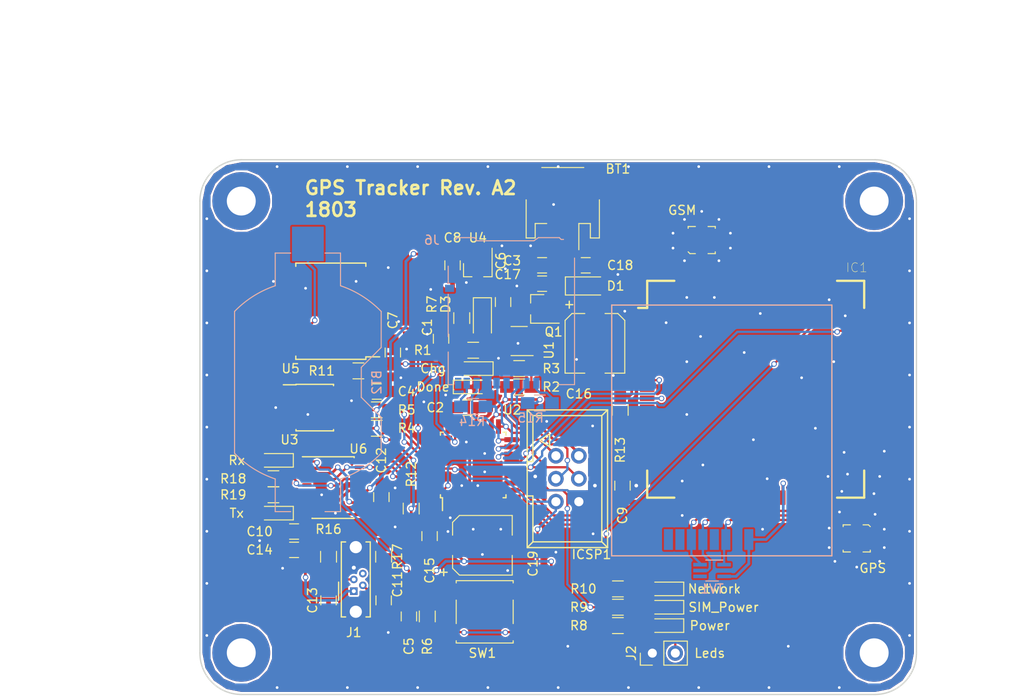
<source format=kicad_pcb>
(kicad_pcb (version 4) (host pcbnew 4.0.7)
  (layers (0 F.Cu signal) (31 B.Cu signal) (34 B.Paste user) (35 F.Paste user) (36 B.SilkS user) (37 F.SilkS user) (38 B.Mask user) (39 F.Mask user) (44 Edge.Cuts user))
  (net 0 "")
  (net 1 +BATT)
  (net 2 GND)
  (net 3 "Net-(BT2-Pad1)")
  (net 4 VBUS)
  (net 5 "Net-(C2-Pad1)")
  (net 6 +3V3)
  (net 7 /ARD_RST)
  (net 8 /DTR)
  (net 9 "Net-(C6-Pad1)")
  (net 10 /RTC_PWR)
  (net 11 "Net-(C9-Pad1)")
  (net 12 "Net-(C11-Pad1)")
  (net 13 "Net-(C13-Pad1)")
  (net 14 +2V8)
  (net 15 /SIM808_P)
  (net 16 "Net-(IC1-Pad9)")
  (net 17 /SIM808_RI)
  (net 18 "Net-(IC1-Pad11)")
  (net 19 "Net-(IC1-Pad12)")
  (net 20 "Net-(IC1-Pad13)")
  (net 21 /ARD_HRX)
  (net 22 /ARD_HTX)
  (net 23 "Net-(IC1-Pad19)")
  (net 24 "Net-(IC1-Pad20)")
  (net 25 "Net-(IC1-Pad21)")
  (net 26 "Net-(IC1-Pad22)")
  (net 27 "Net-(IC1-Pad23)")
  (net 28 "Net-(IC1-Pad24)")
  (net 29 "Net-(IC1-Pad25)")
  (net 30 "Net-(IC1-Pad26)")
  (net 31 "Net-(IC1-Pad27)")
  (net 32 +1V8)
  (net 33 /SIMDATA)
  (net 34 /SIMCLK)
  (net 35 /SIMRST)
  (net 36 "Net-(IC1-Pad33)")
  (net 37 "Net-(IC1-Pad37)")
  (net 38 "Net-(IC1-Pad38)")
  (net 39 "Net-(IC1-Pad39)")
  (net 40 "Net-(IC1-Pad41)")
  (net 41 "Net-(IC1-Pad42)")
  (net 42 "Net-(IC1-Pad43)")
  (net 43 "Net-(IC1-Pad44)")
  (net 44 "Net-(IC1-Pad45)")
  (net 45 "Net-(IC1-Pad46)")
  (net 46 "Net-(IC1-Pad47)")
  (net 47 "Net-(IC1-Pad48)")
  (net 48 /SIM808_S)
  (net 49 /NETWORK_LED)
  (net 50 "Net-(IC1-Pad53)")
  (net 51 "Net-(IC1-Pad55)")
  (net 52 "Net-(IC1-Pad56)")
  (net 53 "Net-(IC1-Pad57)")
  (net 54 "Net-(IC1-Pad58)")
  (net 55 "Net-(IC1-Pad59)")
  (net 56 "Net-(IC1-Pad60)")
  (net 57 "Net-(IC1-Pad61)")
  (net 58 "Net-(IC1-Pad62)")
  (net 59 "Net-(IC1-Pad63)")
  (net 60 /ARD_MISO)
  (net 61 /ARD_SCK)
  (net 62 /ARD_MOSI)
  (net 63 "Net-(J1-Pad4)")
  (net 64 "Net-(J2-Pad2)")
  (net 65 "Net-(J3-Pad6)")
  (net 66 "Net-(J6-Pad8)")
  (net 67 /ARD_IO10)
  (net 68 "Net-(J6-Pad1)")
  (net 69 "Net-(R1-Pad1)")
  (net 70 "Net-(R2-Pad2)")
  (net 71 /SDA)
  (net 72 /SCL)
  (net 73 /WAKE_UP)
  (net 74 "Net-(R16-Pad1)")
  (net 75 "Net-(R17-Pad2)")
  (net 76 "Net-(R18-Pad1)")
  (net 77 "Net-(R19-Pad1)")
  (net 78 "Net-(U2-Pad7)")
  (net 79 "Net-(U2-Pad8)")
  (net 80 "Net-(U2-Pad19)")
  (net 81 "Net-(U2-Pad22)")
  (net 82 "Net-(U2-Pad24)")
  (net 83 "Net-(U2-Pad25)")
  (net 84 "Net-(U2-Pad26)")
  (net 85 /ARD_RX)
  (net 86 /ARD_TX)
  (net 87 "Net-(U3-Pad7)")
  (net 88 "Net-(U5-Pad1)")
  (net 89 "Net-(U5-Pad4)")
  (net 90 "Net-(U6-Pad2)")
  (net 91 +3V3_FDTI)
  (net 92 "Net-(U6-Pad5)")
  (net 93 "Net-(U6-Pad7)")
  (net 94 "Net-(U6-Pad8)")
  (net 95 "Net-(U6-Pad18)")
  (net 96 "Net-(U6-Pad19)")
  (net 97 "Net-(LED1-Pad1)")
  (net 98 "Net-(LED2-Pad2)")
  (net 99 "Net-(LED3-Pad2)")
  (net 100 "Net-(LED4-Pad2)")
  (net 101 "Net-(LED5-Pad2)")
  (net 102 "Net-(LED6-Pad2)")
  (net 103 "Net-(LED7-Pad2)")
  (net 104 "Net-(U2-Pad2)")
  (net 105 "Net-(TV1-Pad4)")
  (net 106 +3.3VP)
  (net 107 /GPS)
  (net 108 /GSM)
  (net 109 /SIM_RST)
  (net 110 "Net-(J6-Pad9)")
  (module custom-conn:Via-0.6mm (layer F.Cu) (at 142.748 98.298)
    (fp_text reference VIA** hide)
    (fp_text value Via-0.6mm hide)
    (pad 1 thru_hole circle (at 0 0) (size 0.6 0.6) (drill 0.3) (layers *.Cu) (net 2 GND))
  )
  (module custom-conn:Via-0.6mm (layer F.Cu) (at 130.81 101.346)
    (fp_text reference VIA** hide)
    (fp_text value Via-0.6mm hide)
    (pad 1 thru_hole circle (at 0 0) (size 0.6 0.6) (drill 0.3) (layers *.Cu) (net 2 GND))
  )
  (module custom-conn:Via-0.6mm (layer F.Cu) (at 130.81 103.378)
    (fp_text reference VIA** hide)
    (fp_text value Via-0.6mm hide)
    (pad 1 thru_hole circle (at 0 0) (size 0.6 0.6) (drill 0.3) (layers *.Cu) (net 2 GND))
  )
  (module custom-conn:Via-0.6mm (layer F.Cu) (at 142.7988 110.236)
    (fp_text reference VIA** hide)
    (fp_text value Via-0.6mm hide)
    (pad 1 thru_hole circle (at 0 0) (size 0.6 0.6) (drill 0.3) (layers *.Cu) (net 2 GND))
  )
  (module custom-conn:Via-0.6mm (layer F.Cu) (at 138.684 112.268)
    (fp_text reference VIA** hide)
    (fp_text value Via-0.6mm hide)
    (pad 1 thru_hole circle (at 0 0) (size 0.6 0.6) (drill 0.3) (layers *.Cu) (net 2 GND))
  )
  (module custom-conn:Via-0.6mm (layer F.Cu) (at 132.334 90.805)
    (fp_text reference VIA** hide)
    (fp_text value Via-0.6mm hide)
    (pad 1 thru_hole circle (at 0 0) (size 0.6 0.6) (drill 0.3) (layers *.Cu) (net 2 GND))
  )
  (module custom-conn:Via-0.6mm (layer F.Cu) (at 133.096 80.899)
    (fp_text reference VIA** hide)
    (fp_text value Via-0.6mm hide)
    (pad 1 thru_hole circle (at 0 0) (size 0.6 0.6) (drill 0.3) (layers *.Cu) (net 2 GND))
  )
  (module custom-conn:Via-0.6mm (layer F.Cu) (at 124.46 88.138)
    (fp_text reference VIA** hide)
    (fp_text value Via-0.6mm hide)
    (pad 1 thru_hole circle (at 0 0) (size 0.6 0.6) (drill 0.3) (layers *.Cu) (net 2 GND))
  )
  (module custom-conn:Via-0.6mm (layer F.Cu) (at 137.668 97.79)
    (fp_text reference VIA** hide)
    (fp_text value Via-0.6mm hide)
    (pad 1 thru_hole circle (at 0 0) (size 0.6 0.6) (drill 0.3) (layers *.Cu) (net 2 GND))
  )
  (module custom-conn:Via-0.6mm (layer F.Cu) (at 128.778 82.423)
    (fp_text reference VIA** hide)
    (fp_text value Via-0.6mm hide)
    (pad 1 thru_hole circle (at 0 0) (size 0.6 0.6) (drill 0.3) (layers *.Cu) (net 2 GND))
  )
  (module custom-conn:Via-0.6mm (layer F.Cu) (at 132.715 78.359)
    (fp_text reference VIA** hide)
    (fp_text value Via-0.6mm hide)
    (pad 1 thru_hole circle (at 0 0) (size 0.6 0.6) (drill 0.3) (layers *.Cu) (net 2 GND))
  )
  (module custom-conn:Via-0.6mm (layer F.Cu) (at 162.052 104.14)
    (fp_text reference VIA** hide)
    (fp_text value Via-0.6mm hide)
    (pad 1 thru_hole circle (at 0 0) (size 0.6 0.6) (drill 0.3) (layers *.Cu) (net 2 GND))
  )
  (module custom-conn:Via-0.6mm (layer F.Cu) (at 161.544 109.728)
    (fp_text reference VIA** hide)
    (fp_text value Via-0.6mm hide)
    (pad 1 thru_hole circle (at 0 0) (size 0.6 0.6) (drill 0.3) (layers *.Cu) (net 2 GND))
  )
  (module acronet:47553-0001 (layer B.Cu) (at 151.13 90.17 90)
    (fp_text reference J3 hide)
    (fp_text value 47553-0001 hide)
    (pad 3 smd rect (at -20.7 3.81 90) (size 2.3 1) (layers B.Cu B.Paste B.Mask) (net 34 /SIMCLK))
    (pad CD1 smd rect (at -20.7 1.27 90) (size 2.3 1) (layers B.Cu B.Paste B.Mask))
    (pad CD2 smd rect (at -20.7 0 90) (size 2.3 1) (layers B.Cu B.Paste B.Mask))
    (pad 2 smd rect (at -20.7 6.35 90) (size 2.3 1) (layers B.Cu B.Paste B.Mask) (net 35 /SIMRST))
    (pad 1 smd rect (at -20.7 8.89 90) (size 2.3 1) (layers B.Cu B.Paste B.Mask) (net 32 +1V8))
    (pad 7 smd rect (at -20.7 2.54 90) (size 2.3 1) (layers B.Cu B.Paste B.Mask) (net 33 /SIMDATA))
    (pad 5 smd rect (at -20.7 7.62 90) (size 2.3 1) (layers B.Cu B.Paste B.Mask) (net 2 GND))
    (pad 6 smd rect (at -20.7 5.08 90) (size 2.3 1) (layers B.Cu B.Paste B.Mask) (net 65 "Net-(J3-Pad6)"))
    (pad GND1 smd rect (at 0 16.18 90) (size 2.95 1.5) (layers B.Cu B.Paste B.Mask) (net 2 GND))
    (pad GND2 smd rect (at 0 -4.37 90) (size 2.95 1.5) (layers B.Cu B.Paste B.Mask) (net 2 GND))
  )
  (module custom-conn:Via-0.6mm (layer F.Cu) (at 175.006 101.092)
    (fp_text reference VIA** hide)
    (fp_text value Via-0.6mm hide)
    (pad 1 thru_hole circle (at 0 0) (size 0.6 0.6) (drill 0.3) (layers *.Cu) (net 2 GND))
  )
  (module custom-conn:Via-0.6mm (layer F.Cu) (at 164.3888 122.682)
    (fp_text reference VIA** hide)
    (fp_text value Via-0.6mm hide)
    (pad 1 thru_hole circle (at 0 0) (size 0.6 0.6) (drill 0.3) (layers *.Cu) (net 2 GND))
  )
  (module custom-conn:Via-0.6mm (layer F.Cu) (at 140.0048 122.682)
    (fp_text reference VIA** hide)
    (fp_text value Via-0.6mm hide)
    (pad 1 thru_hole circle (at 0 0) (size 0.6 0.6) (drill 0.3) (layers *.Cu) (net 2 GND))
  )
  (module custom-conn:Via-0.6mm (layer F.Cu) (at 120.142 121.158)
    (fp_text reference VIA** hide)
    (fp_text value Via-0.6mm hide)
    (pad 1 thru_hole circle (at 0 0) (size 0.6 0.6) (drill 0.3) (layers *.Cu) (net 2 GND))
  )
  (module custom-conn:Via-0.6mm (layer F.Cu) (at 114.3 107.95)
    (fp_text reference VIA** hide)
    (fp_text value Via-0.6mm hide)
    (pad 1 thru_hole circle (at 0 0) (size 0.6 0.6) (drill 0.3) (layers *.Cu) (net 2 GND))
  )
  (module Capacitors_SMD:C_0805_HandSoldering (layer F.Cu) (at 120.65 90.17 90)
    (fp_text reference C7 (at 3.556 0 90) (layer F.SilkS))
    (fp_text value 0.1uF hide)
    (pad 1 smd rect (at -1.25 0 90) (size 1.5 1.25) (layers F.Cu F.Paste F.Mask) (net 10 /RTC_PWR))
    (pad 2 smd rect (at 1.25 0 90) (size 1.5 1.25) (layers F.Cu F.Paste F.Mask) (net 2 GND))
  )
  (module custom-conn:Via-0.6mm (layer F.Cu) (at 175.006 111.76)
    (fp_text reference VIA** hide)
    (fp_text value Via-0.6mm hide)
    (pad 1 thru_hole circle (at 0 0) (size 0.6 0.6) (drill 0.3) (layers *.Cu) (net 2 GND))
  )
  (module custom-conn:Via-0.6mm (layer F.Cu) (at 177.8 121.4882)
    (fp_text reference VIA** hide)
    (fp_text value Via-0.6mm hide)
    (pad 1 thru_hole circle (at 0 0) (size 0.6 0.6) (drill 0.3) (layers *.Cu) (net 2 GND))
  )
  (module custom-conn:Via-0.6mm (layer F.Cu) (at 177.8 115.7224)
    (fp_text reference VIA** hide)
    (fp_text value Via-0.6mm hide)
    (pad 1 thru_hole circle (at 0 0) (size 0.6 0.6) (drill 0.3) (layers *.Cu) (net 2 GND))
  )
  (module custom-conn:Via-0.6mm (layer F.Cu) (at 177.8 109.9566)
    (fp_text reference VIA** hide)
    (fp_text value Via-0.6mm hide)
    (pad 1 thru_hole circle (at 0 0) (size 0.6 0.6) (drill 0.3) (layers *.Cu) (net 2 GND))
  )
  (module custom-conn:Via-0.6mm (layer F.Cu) (at 177.8 104.1908)
    (fp_text reference VIA** hide)
    (fp_text value Via-0.6mm hide)
    (pad 1 thru_hole circle (at 0 0) (size 0.6 0.6) (drill 0.3) (layers *.Cu) (net 2 GND))
  )
  (module custom-conn:Via-0.6mm (layer F.Cu) (at 177.8 98.425)
    (fp_text reference VIA** hide)
    (fp_text value Via-0.6mm hide)
    (pad 1 thru_hole circle (at 0 0) (size 0.6 0.6) (drill 0.3) (layers *.Cu) (net 2 GND))
  )
  (module custom-conn:Via-0.6mm (layer F.Cu) (at 177.8 92.6592)
    (fp_text reference VIA** hide)
    (fp_text value Via-0.6mm hide)
    (pad 1 thru_hole circle (at 0 0) (size 0.6 0.6) (drill 0.3) (layers *.Cu) (net 2 GND))
  )
  (module custom-conn:Via-0.6mm (layer F.Cu) (at 177.8 86.8934)
    (fp_text reference VIA** hide)
    (fp_text value Via-0.6mm hide)
    (pad 1 thru_hole circle (at 0 0) (size 0.6 0.6) (drill 0.3) (layers *.Cu) (net 2 GND))
  )
  (module custom-conn:Via-0.6mm (layer F.Cu) (at 177.8 81.1276)
    (fp_text reference VIA** hide)
    (fp_text value Via-0.6mm hide)
    (pad 1 thru_hole circle (at 0 0) (size 0.6 0.6) (drill 0.3) (layers *.Cu) (net 2 GND))
  )
  (module custom-conn:Via-0.6mm (layer F.Cu) (at 177.8 75.3618)
    (fp_text reference VIA** hide)
    (fp_text value Via-0.6mm hide)
    (pad 1 thru_hole circle (at 0 0) (size 0.6 0.6) (drill 0.3) (layers *.Cu) (net 2 GND))
  )
  (module custom-conn:Via-0.6mm (layer F.Cu) (at 170.0276 127.254)
    (fp_text reference VIA** hide)
    (fp_text value Via-0.6mm hide)
    (pad 1 thru_hole circle (at 0 0) (size 0.6 0.6) (drill 0.3) (layers *.Cu) (net 2 GND))
  )
  (module custom-conn:Via-0.6mm (layer F.Cu) (at 162.2552 127.254)
    (fp_text reference VIA** hide)
    (fp_text value Via-0.6mm hide)
    (pad 1 thru_hole circle (at 0 0) (size 0.6 0.6) (drill 0.3) (layers *.Cu) (net 2 GND))
  )
  (module custom-conn:Via-0.6mm (layer F.Cu) (at 154.4828 127.254)
    (fp_text reference VIA** hide)
    (fp_text value Via-0.6mm hide)
    (pad 1 thru_hole circle (at 0 0) (size 0.6 0.6) (drill 0.3) (layers *.Cu) (net 2 GND))
  )
  (module custom-conn:Via-0.6mm (layer F.Cu) (at 146.7104 127.254)
    (fp_text reference VIA** hide)
    (fp_text value Via-0.6mm hide)
    (pad 1 thru_hole circle (at 0 0) (size 0.6 0.6) (drill 0.3) (layers *.Cu) (net 2 GND))
  )
  (module custom-conn:Via-0.6mm (layer F.Cu) (at 138.938 127.254)
    (fp_text reference VIA** hide)
    (fp_text value Via-0.6mm hide)
    (pad 1 thru_hole circle (at 0 0) (size 0.6 0.6) (drill 0.3) (layers *.Cu) (net 2 GND))
  )
  (module custom-conn:Via-0.6mm (layer F.Cu) (at 131.1656 127.254)
    (fp_text reference VIA** hide)
    (fp_text value Via-0.6mm hide)
    (pad 1 thru_hole circle (at 0 0) (size 0.6 0.6) (drill 0.3) (layers *.Cu) (net 2 GND))
  )
  (module custom-conn:Via-0.6mm (layer F.Cu) (at 123.3932 127.254)
    (fp_text reference VIA** hide)
    (fp_text value Via-0.6mm hide)
    (pad 1 thru_hole circle (at 0 0) (size 0.6 0.6) (drill 0.3) (layers *.Cu) (net 2 GND))
  )
  (module custom-conn:Via-0.6mm (layer F.Cu) (at 115.6208 127.254)
    (fp_text reference VIA** hide)
    (fp_text value Via-0.6mm hide)
    (pad 1 thru_hole circle (at 0 0) (size 0.6 0.6) (drill 0.3) (layers *.Cu) (net 2 GND))
  )
  (module custom-conn:Via-0.6mm (layer F.Cu) (at 107.8484 127.254)
    (fp_text reference VIA** hide)
    (fp_text value Via-0.6mm hide)
    (pad 1 thru_hole circle (at 0 0) (size 0.6 0.6) (drill 0.3) (layers *.Cu) (net 2 GND))
  )
  (module custom-conn:Via-0.6mm (layer F.Cu) (at 100.076 121.4882)
    (fp_text reference VIA** hide)
    (fp_text value Via-0.6mm hide)
    (pad 1 thru_hole circle (at 0 0) (size 0.6 0.6) (drill 0.3) (layers *.Cu) (net 2 GND))
  )
  (module custom-conn:Via-0.6mm (layer F.Cu) (at 100.076 115.7224)
    (fp_text reference VIA** hide)
    (fp_text value Via-0.6mm hide)
    (pad 1 thru_hole circle (at 0 0) (size 0.6 0.6) (drill 0.3) (layers *.Cu) (net 2 GND))
  )
  (module custom-conn:Via-0.6mm (layer F.Cu) (at 100.076 109.9566)
    (fp_text reference VIA** hide)
    (fp_text value Via-0.6mm hide)
    (pad 1 thru_hole circle (at 0 0) (size 0.6 0.6) (drill 0.3) (layers *.Cu) (net 2 GND))
  )
  (module custom-conn:Via-0.6mm (layer F.Cu) (at 100.076 104.1908)
    (fp_text reference VIA** hide)
    (fp_text value Via-0.6mm hide)
    (pad 1 thru_hole circle (at 0 0) (size 0.6 0.6) (drill 0.3) (layers *.Cu) (net 2 GND))
  )
  (module custom-conn:Via-0.6mm (layer F.Cu) (at 100.076 98.425)
    (fp_text reference VIA** hide)
    (fp_text value Via-0.6mm hide)
    (pad 1 thru_hole circle (at 0 0) (size 0.6 0.6) (drill 0.3) (layers *.Cu) (net 2 GND))
  )
  (module custom-conn:Via-0.6mm (layer F.Cu) (at 100.076 92.6592)
    (fp_text reference VIA** hide)
    (fp_text value Via-0.6mm hide)
    (pad 1 thru_hole circle (at 0 0) (size 0.6 0.6) (drill 0.3) (layers *.Cu) (net 2 GND))
  )
  (module custom-conn:Via-0.6mm (layer F.Cu) (at 100.076 86.8934)
    (fp_text reference VIA** hide)
    (fp_text value Via-0.6mm hide)
    (pad 1 thru_hole circle (at 0 0) (size 0.6 0.6) (drill 0.3) (layers *.Cu) (net 2 GND))
  )
  (module custom-conn:Via-0.6mm (layer F.Cu) (at 100.076 81.1276)
    (fp_text reference VIA** hide)
    (fp_text value Via-0.6mm hide)
    (pad 1 thru_hole circle (at 0 0) (size 0.6 0.6) (drill 0.3) (layers *.Cu) (net 2 GND))
  )
  (module custom-conn:Via-0.6mm (layer F.Cu) (at 100.076 75.3618)
    (fp_text reference VIA** hide)
    (fp_text value Via-0.6mm hide)
    (pad 1 thru_hole circle (at 0 0) (size 0.6 0.6) (drill 0.3) (layers *.Cu) (net 2 GND))
  )
  (module custom-conn:Via-0.6mm (layer F.Cu) (at 170.0276 69.596)
    (fp_text reference VIA** hide)
    (fp_text value Via-0.6mm hide)
    (pad 1 thru_hole circle (at 0 0) (size 0.6 0.6) (drill 0.3) (layers *.Cu) (net 2 GND))
  )
  (module custom-conn:Via-0.6mm (layer F.Cu) (at 162.2552 69.596)
    (fp_text reference VIA** hide)
    (fp_text value Via-0.6mm hide)
    (pad 1 thru_hole circle (at 0 0) (size 0.6 0.6) (drill 0.3) (layers *.Cu) (net 2 GND))
  )
  (module custom-conn:Via-0.6mm (layer F.Cu) (at 154.4828 69.596)
    (fp_text reference VIA** hide)
    (fp_text value Via-0.6mm hide)
    (pad 1 thru_hole circle (at 0 0) (size 0.6 0.6) (drill 0.3) (layers *.Cu) (net 2 GND))
  )
  (module custom-conn:Via-0.6mm (layer F.Cu) (at 146.7104 69.596)
    (fp_text reference VIA** hide)
    (fp_text value Via-0.6mm hide)
    (pad 1 thru_hole circle (at 0 0) (size 0.6 0.6) (drill 0.3) (layers *.Cu) (net 2 GND))
  )
  (module custom-conn:Via-0.6mm (layer F.Cu) (at 138.938 69.596)
    (fp_text reference VIA** hide)
    (fp_text value Via-0.6mm hide)
    (pad 1 thru_hole circle (at 0 0) (size 0.6 0.6) (drill 0.3) (layers *.Cu) (net 2 GND))
  )
  (module custom-conn:Via-0.6mm (layer F.Cu) (at 131.1656 69.596)
    (fp_text reference VIA** hide)
    (fp_text value Via-0.6mm hide)
    (pad 1 thru_hole circle (at 0 0) (size 0.6 0.6) (drill 0.3) (layers *.Cu) (net 2 GND))
  )
  (module custom-conn:Via-0.6mm (layer F.Cu) (at 123.3932 69.596)
    (fp_text reference VIA** hide)
    (fp_text value Via-0.6mm hide)
    (pad 1 thru_hole circle (at 0 0) (size 0.6 0.6) (drill 0.3) (layers *.Cu) (net 2 GND))
  )
  (module custom-conn:Via-0.6mm (layer F.Cu) (at 115.6208 69.596)
    (fp_text reference VIA** hide)
    (fp_text value Via-0.6mm hide)
    (pad 1 thru_hole circle (at 0 0) (size 0.6 0.6) (drill 0.3) (layers *.Cu) (net 2 GND))
  )
  (module custom-conn:Via-0.6mm (layer F.Cu) (at 107.8484 69.596)
    (fp_text reference VIA** hide)
    (fp_text value Via-0.6mm hide)
    (pad 1 thru_hole circle (at 0 0) (size 0.6 0.6) (drill 0.3) (layers *.Cu) (net 2 GND))
  )
  (module Mounting_Holes:MountingHole_3.2mm_M3_Pad (layer F.Cu) (at 173.886 123.406)
    (fp_text reference REF** hide)
    (fp_text value MountingHole_3.2mm_M3_Pad hide)
    (pad 1 thru_hole circle (at 0 0) (size 6.4 6.4) (drill 3.2) (layers *.Cu *.Mask))
  )
  (module Mounting_Holes:MountingHole_3.2mm_M3_Pad (layer F.Cu) (at 103.886 123.406)
    (fp_text reference REF** hide)
    (fp_text value MountingHole_3.2mm_M3_Pad hide)
    (pad 1 thru_hole circle (at 0 0) (size 6.4 6.4) (drill 3.2) (layers *.Cu *.Mask))
  )
  (module Mounting_Holes:MountingHole_3.2mm_M3_Pad (layer F.Cu) (at 173.886 73.406)
    (fp_text reference REF** hide)
    (fp_text value MountingHole_3.2mm_M3_Pad hide)
    (pad 1 thru_hole circle (at 0 0) (size 6.4 6.4) (drill 3.2) (layers *.Cu *.Mask))
  )
  (module Mounting_Holes:MountingHole_3.2mm_M3_Pad (layer F.Cu) (at 103.886 73.406)
    (fp_text reference REF** hide)
    (fp_text value MountingHole_3.2mm_M3_Pad hide)
    (pad 1 thru_hole circle (at 0 0) (size 6.4 6.4) (drill 3.2) (layers *.Cu *.Mask))
  )
  (module custom-conn:Via-0.6mm (layer F.Cu) (at 134.493 89.154)
    (fp_text reference VIA** hide)
    (fp_text value Via-0.6mm hide)
    (pad 1 thru_hole circle (at 0 0) (size 0.6 0.6) (drill 0.3) (layers *.Cu) (net 2 GND))
  )
  (module custom-conn:Via-0.6mm (layer F.Cu) (at 121.539 92.964)
    (fp_text reference VIA** hide)
    (fp_text value Via-0.6mm hide)
    (pad 1 thru_hole circle (at 0 0) (size 0.6 0.6) (drill 0.3) (layers *.Cu) (net 2 GND))
  )
  (module custom-conn:Via-0.6mm (layer F.Cu) (at 124.079 95.631)
    (fp_text reference VIA** hide)
    (fp_text value Via-0.6mm hide)
    (pad 1 thru_hole circle (at 0 0) (size 0.6 0.6) (drill 0.3) (layers *.Cu) (net 2 GND))
  )
  (module custom-conn:Via-0.6mm (layer F.Cu) (at 121.285 86.741)
    (fp_text reference VIA** hide)
    (fp_text value Via-0.6mm hide)
    (pad 1 thru_hole circle (at 0 0) (size 0.6 0.6) (drill 0.3) (layers *.Cu) (net 2 GND))
  )
  (module custom-conn:Via-0.6mm (layer F.Cu) (at 122.174 89.789)
    (fp_text reference VIA** hide)
    (fp_text value Via-0.6mm hide)
    (pad 1 thru_hole circle (at 0 0) (size 0.6 0.6) (drill 0.3) (layers *.Cu) (net 2 GND))
  )
  (module custom-conn:Via-0.6mm (layer F.Cu) (at 126.492 94.869)
    (fp_text reference VIA** hide)
    (fp_text value Via-0.6mm hide)
    (pad 1 thru_hole circle (at 0 0) (size 0.6 0.6) (drill 0.3) (layers *.Cu) (net 2 GND))
  )
  (module custom-conn:Via-0.6mm (layer F.Cu) (at 116.078 95.504)
    (fp_text reference VIA** hide)
    (fp_text value Via-0.6mm hide)
    (pad 1 thru_hole circle (at 0 0) (size 0.6 0.6) (drill 0.3) (layers *.Cu) (net 2 GND))
  )
  (module custom-conn:Via-0.6mm (layer F.Cu) (at 126.746 109.982)
    (fp_text reference VIA** hide)
    (fp_text value Via-0.6mm hide)
    (pad 1 thru_hole circle (at 0 0) (size 0.6 0.6) (drill 0.3) (layers *.Cu) (net 2 GND))
  )
  (module custom-conn:Via-0.6mm (layer F.Cu) (at 154.94 102.616)
    (fp_text reference VIA** hide)
    (fp_text value Via-0.6mm hide)
    (pad 1 thru_hole circle (at 0 0) (size 0.6 0.6) (drill 0.3) (layers *.Cu) (net 2 GND))
  )
  (module custom-conn:Via-0.6mm (layer F.Cu) (at 169.418 91.186)
    (fp_text reference VIA** hide)
    (fp_text value Via-0.6mm hide)
    (pad 1 thru_hole circle (at 0 0) (size 0.6 0.6) (drill 0.3) (layers *.Cu) (net 2 GND))
  )
  (module custom-conn:Via-0.6mm (layer F.Cu) (at 153.162 91.186)
    (fp_text reference VIA** hide)
    (fp_text value Via-0.6mm hide)
    (pad 1 thru_hole circle (at 0 0) (size 0.6 0.6) (drill 0.3) (layers *.Cu) (net 2 GND))
  )
  (module custom-conn:Via-0.6mm (layer F.Cu) (at 154.686 88.392)
    (fp_text reference VIA** hide)
    (fp_text value Via-0.6mm hide)
    (pad 1 thru_hole circle (at 0 0) (size 0.6 0.6) (drill 0.3) (layers *.Cu) (net 2 GND))
  )
  (module custom-conn:Via-0.6mm (layer F.Cu) (at 161.29 85.852)
    (fp_text reference VIA** hide)
    (fp_text value Via-0.6mm hide)
    (pad 1 thru_hole circle (at 0 0) (size 0.6 0.6) (drill 0.3) (layers *.Cu) (net 2 GND))
  )
  (module custom-conn:Via-0.6mm (layer F.Cu) (at 167.386 98.552)
    (fp_text reference VIA** hide)
    (fp_text value Via-0.6mm hide)
    (pad 1 thru_hole circle (at 0 0) (size 0.6 0.6) (drill 0.3) (layers *.Cu) (net 2 GND))
  )
  (module custom-conn:Via-0.6mm (layer F.Cu) (at 159.512 90.17)
    (fp_text reference VIA** hide)
    (fp_text value Via-0.6mm hide)
    (pad 1 thru_hole circle (at 0 0) (size 0.6 0.6) (drill 0.3) (layers *.Cu) (net 2 GND))
  )
  (module custom-conn:Via-0.6mm (layer F.Cu) (at 153.162 97.028)
    (fp_text reference VIA** hide)
    (fp_text value Via-0.6mm hide)
    (pad 1 thru_hole circle (at 0 0) (size 0.6 0.6) (drill 0.3) (layers *.Cu) (net 2 GND))
  )
  (module custom-conn:Via-0.6mm (layer F.Cu) (at 165.862 92.964)
    (fp_text reference VIA** hide)
    (fp_text value Via-0.6mm hide)
    (pad 1 thru_hole circle (at 0 0) (size 0.6 0.6) (drill 0.3) (layers *.Cu) (net 2 GND))
  )
  (module custom-conn:Via-0.6mm (layer F.Cu) (at 160.528 99.822)
    (fp_text reference VIA** hide)
    (fp_text value Via-0.6mm hide)
    (pad 1 thru_hole circle (at 0 0) (size 0.6 0.6) (drill 0.3) (layers *.Cu) (net 2 GND))
  )
  (module custom-conn:Via-0.6mm (layer F.Cu) (at 157.988 78.613)
    (fp_text reference VIA** hide)
    (fp_text value Via-0.6mm hide)
    (pad 1 thru_hole circle (at 0 0) (size 0.6 0.6) (drill 0.3) (layers *.Cu) (net 2 GND))
  )
  (module custom-conn:Via-0.6mm (layer F.Cu) (at 151.638 78.613)
    (fp_text reference VIA** hide)
    (fp_text value Via-0.6mm hide)
    (pad 1 thru_hole circle (at 0 0) (size 0.6 0.6) (drill 0.3) (layers *.Cu) (net 2 GND))
  )
  (module Connectors_Molex:Molex_Microcoaxial_RF (layer F.Cu) (at 171.958 110.744 180)
    (fp_text reference J4 hide)
    (fp_text value CONN_COAXIAL hide)
    (pad 2 smd rect (at -1.475 0 180) (size 1.05 2.2) (layers F.Cu F.Paste F.Mask) (net 2 GND))
    (pad 2 smd rect (at 1.475 0 180) (size 1.05 2.2) (layers F.Cu F.Paste F.Mask) (net 2 GND))
    (pad 2 smd rect (at 0 -1.5 180) (size 1 1) (layers F.Cu F.Paste F.Mask) (net 2 GND))
    (pad 1 smd rect (at 0 1.5 180) (size 1 1) (layers F.Cu F.Paste F.Mask) (net 107 /GPS))
  )
  (module custom-conn:Via-0.6mm (layer F.Cu) (at 175.006 109.728)
    (fp_text reference VIA** hide)
    (fp_text value Via-0.6mm hide)
    (pad 1 thru_hole circle (at 0 0) (size 0.6 0.6) (drill 0.3) (layers *.Cu) (net 2 GND))
  )
  (module custom-conn:Via-0.6mm (layer F.Cu) (at 173.863 105.791)
    (fp_text reference VIA** hide)
    (fp_text value Via-0.6mm hide)
    (pad 1 thru_hole circle (at 0 0) (size 0.6 0.6) (drill 0.3) (layers *.Cu) (net 2 GND))
  )
  (module custom-conn:Via-0.6mm (layer F.Cu) (at 170.307 105.537)
    (fp_text reference VIA** hide)
    (fp_text value Via-0.6mm hide)
    (pad 1 thru_hole circle (at 0 0) (size 0.6 0.6) (drill 0.3) (layers *.Cu) (net 2 GND))
  )
  (module custom-conn:Via-0.6mm (layer F.Cu) (at 168.91 109.601)
    (fp_text reference VIA** hide)
    (fp_text value Via-0.6mm hide)
    (pad 1 thru_hole circle (at 0 0) (size 0.6 0.6) (drill 0.3) (layers *.Cu) (net 2 GND))
  )
  (module custom-conn:Via-0.6mm (layer F.Cu) (at 170.942 103.632)
    (fp_text reference VIA** hide)
    (fp_text value Via-0.6mm hide)
    (pad 1 thru_hole circle (at 0 0) (size 0.6 0.6) (drill 0.3) (layers *.Cu) (net 2 GND))
  )
  (module custom-conn:Via-0.6mm (layer F.Cu) (at 174.498 103.886)
    (fp_text reference VIA** hide)
    (fp_text value Via-0.6mm hide)
    (pad 1 thru_hole circle (at 0 0) (size 0.6 0.6) (drill 0.3) (layers *.Cu) (net 2 GND))
  )
  (module custom-conn:Via-0.6mm (layer F.Cu) (at 173.99 108.077)
    (fp_text reference VIA** hide)
    (fp_text value Via-0.6mm hide)
    (pad 1 thru_hole circle (at 0 0) (size 0.6 0.6) (drill 0.3) (layers *.Cu) (net 2 GND))
  )
  (module custom-conn:Via-0.6mm (layer F.Cu) (at 174.498 113.284)
    (fp_text reference VIA** hide)
    (fp_text value Via-0.6mm hide)
    (pad 1 thru_hole circle (at 0 0) (size 0.6 0.6) (drill 0.3) (layers *.Cu) (net 2 GND))
  )
  (module custom-conn:Via-0.6mm (layer F.Cu) (at 169.545 113.284)
    (fp_text reference VIA** hide)
    (fp_text value Via-0.6mm hide)
    (pad 1 thru_hole circle (at 0 0) (size 0.6 0.6) (drill 0.3) (layers *.Cu) (net 2 GND))
  )
  (module custom-conn:Via-0.6mm (layer F.Cu) (at 168.783 103.886)
    (fp_text reference VIA** hide)
    (fp_text value Via-0.6mm hide)
    (pad 1 thru_hole circle (at 0 0) (size 0.6 0.6) (drill 0.3) (layers *.Cu) (net 2 GND))
  )
  (module custom-conn:Via-0.6mm (layer F.Cu) (at 154.813 74.549)
    (fp_text reference VIA** hide)
    (fp_text value Via-0.6mm hide)
    (pad 1 thru_hole circle (at 0 0) (size 0.6 0.6) (drill 0.3) (layers *.Cu) (net 2 GND))
  )
  (module custom-conn:Via-0.6mm (layer F.Cu) (at 152.908 75.438)
    (fp_text reference VIA** hide)
    (fp_text value Via-0.6mm hide)
    (pad 1 thru_hole circle (at 0 0) (size 0.6 0.6) (drill 0.3) (layers *.Cu) (net 2 GND))
  )
  (module SIM808:QFN100P2400X2400X260-68N (layer F.Cu) (at 160.782 94.234)
    (fp_text reference IC1 (at 11.176 -13.462) (layer F.SilkS) (effects (font (size 1.00176 1.00176) (thickness 0.05))))
    (fp_text value SIM808 hide)
    (pad 1 smd rect (at -12 -8) (size 1.6 0.6) (layers F.Cu F.Paste F.Mask) (net 2 GND))
    (pad 2 smd rect (at -12 -7) (size 1.6 0.6) (layers F.Cu F.Paste F.Mask) (net 2 GND))
    (pad 3 smd rect (at -12 -6) (size 1.6 0.6) (layers F.Cu F.Paste F.Mask) (net 2 GND))
    (pad 4 smd rect (at -12 -5) (size 1.6 0.6) (layers F.Cu F.Paste F.Mask) (net 1 +BATT))
    (pad 5 smd rect (at -12 -4) (size 1.6 0.6) (layers F.Cu F.Paste F.Mask) (net 1 +BATT))
    (pad 6 smd rect (at -12 -3) (size 1.6 0.6) (layers F.Cu F.Paste F.Mask) (net 1 +BATT))
    (pad 7 smd rect (at -12 -2) (size 1.6 0.6) (layers F.Cu F.Paste F.Mask) (net 14 +2V8))
    (pad 8 smd rect (at -12 -1) (size 1.6 0.6) (layers F.Cu F.Paste F.Mask) (net 15 /SIM808_P))
    (pad 9 smd rect (at -12 0) (size 1.6 0.6) (layers F.Cu F.Paste F.Mask) (net 16 "Net-(IC1-Pad9)"))
    (pad 10 smd rect (at -12 1) (size 1.6 0.6) (layers F.Cu F.Paste F.Mask) (net 17 /SIM808_RI))
    (pad 11 smd rect (at -12 2) (size 1.6 0.6) (layers F.Cu F.Paste F.Mask) (net 18 "Net-(IC1-Pad11)"))
    (pad 12 smd rect (at -12 3) (size 1.6 0.6) (layers F.Cu F.Paste F.Mask) (net 19 "Net-(IC1-Pad12)"))
    (pad 13 smd rect (at -12 4) (size 1.6 0.6) (layers F.Cu F.Paste F.Mask) (net 20 "Net-(IC1-Pad13)"))
    (pad 14 smd rect (at -12 5) (size 1.6 0.6) (layers F.Cu F.Paste F.Mask) (net 21 /ARD_HRX))
    (pad 15 smd rect (at -12 6) (size 1.6 0.6) (layers F.Cu F.Paste F.Mask) (net 22 /ARD_HTX))
    (pad 16 smd rect (at -12 7) (size 1.6 0.6) (layers F.Cu F.Paste F.Mask) (net 109 /SIM_RST))
    (pad 17 smd rect (at -12 8) (size 1.6 0.6) (layers F.Cu F.Paste F.Mask) (net 11 "Net-(C9-Pad1)"))
    (pad 18 smd rect (at -8 12 90) (size 1.6 0.6) (layers F.Cu F.Paste F.Mask) (net 2 GND))
    (pad 19 smd rect (at -7 12 90) (size 1.6 0.6) (layers F.Cu F.Paste F.Mask) (net 23 "Net-(IC1-Pad19)"))
    (pad 20 smd rect (at -6 12 90) (size 1.6 0.6) (layers F.Cu F.Paste F.Mask) (net 24 "Net-(IC1-Pad20)"))
    (pad 21 smd rect (at -5 12 90) (size 1.6 0.6) (layers F.Cu F.Paste F.Mask) (net 25 "Net-(IC1-Pad21)"))
    (pad 22 smd rect (at -4 12 90) (size 1.6 0.6) (layers F.Cu F.Paste F.Mask) (net 26 "Net-(IC1-Pad22)"))
    (pad 23 smd rect (at -3 12 90) (size 1.6 0.6) (layers F.Cu F.Paste F.Mask) (net 27 "Net-(IC1-Pad23)"))
    (pad 24 smd rect (at -2 12 90) (size 1.6 0.6) (layers F.Cu F.Paste F.Mask) (net 28 "Net-(IC1-Pad24)"))
    (pad 25 smd rect (at -1 12 90) (size 1.6 0.6) (layers F.Cu F.Paste F.Mask) (net 29 "Net-(IC1-Pad25)"))
    (pad 26 smd rect (at 0 12 90) (size 1.6 0.6) (layers F.Cu F.Paste F.Mask) (net 30 "Net-(IC1-Pad26)"))
    (pad 27 smd rect (at 1 12 90) (size 1.6 0.6) (layers F.Cu F.Paste F.Mask) (net 31 "Net-(IC1-Pad27)"))
    (pad 28 smd rect (at 2 12 90) (size 1.6 0.6) (layers F.Cu F.Paste F.Mask) (net 2 GND))
    (pad 29 smd rect (at 3 12 90) (size 1.6 0.6) (layers F.Cu F.Paste F.Mask) (net 32 +1V8))
    (pad 30 smd rect (at 4 12 90) (size 1.6 0.6) (layers F.Cu F.Paste F.Mask) (net 33 /SIMDATA))
    (pad 31 smd rect (at 5 12 90) (size 1.6 0.6) (layers F.Cu F.Paste F.Mask) (net 34 /SIMCLK))
    (pad 32 smd rect (at 6 12 90) (size 1.6 0.6) (layers F.Cu F.Paste F.Mask) (net 35 /SIMRST))
    (pad 33 smd rect (at 7 12 90) (size 1.6 0.6) (layers F.Cu F.Paste F.Mask) (net 36 "Net-(IC1-Pad33)"))
    (pad 34 smd rect (at 8 12 90) (size 1.6 0.6) (layers F.Cu F.Paste F.Mask) (net 2 GND))
    (pad 35 smd rect (at 12 8 180) (size 1.6 0.6) (layers F.Cu F.Paste F.Mask) (net 107 /GPS))
    (pad 36 smd rect (at 12 7 180) (size 1.6 0.6) (layers F.Cu F.Paste F.Mask) (net 2 GND))
    (pad 37 smd rect (at 12 6 180) (size 1.6 0.6) (layers F.Cu F.Paste F.Mask) (net 37 "Net-(IC1-Pad37)"))
    (pad 38 smd rect (at 12 5 180) (size 1.6 0.6) (layers F.Cu F.Paste F.Mask) (net 38 "Net-(IC1-Pad38)"))
    (pad 39 smd rect (at 12 4 180) (size 1.6 0.6) (layers F.Cu F.Paste F.Mask) (net 39 "Net-(IC1-Pad39)"))
    (pad 40 smd rect (at 12 3 180) (size 1.6 0.6) (layers F.Cu F.Paste F.Mask) (net 2 GND))
    (pad 41 smd rect (at 12 2 180) (size 1.6 0.6) (layers F.Cu F.Paste F.Mask) (net 40 "Net-(IC1-Pad41)"))
    (pad 42 smd rect (at 12 1 180) (size 1.6 0.6) (layers F.Cu F.Paste F.Mask) (net 41 "Net-(IC1-Pad42)"))
    (pad 43 smd rect (at 12 0 180) (size 1.6 0.6) (layers F.Cu F.Paste F.Mask) (net 42 "Net-(IC1-Pad43)"))
    (pad 44 smd rect (at 12 -1 180) (size 1.6 0.6) (layers F.Cu F.Paste F.Mask) (net 43 "Net-(IC1-Pad44)"))
    (pad 45 smd rect (at 12 -2 180) (size 1.6 0.6) (layers F.Cu F.Paste F.Mask) (net 44 "Net-(IC1-Pad45)"))
    (pad 46 smd rect (at 12 -3 180) (size 1.6 0.6) (layers F.Cu F.Paste F.Mask) (net 45 "Net-(IC1-Pad46)"))
    (pad 47 smd rect (at 12 -4 180) (size 1.6 0.6) (layers F.Cu F.Paste F.Mask) (net 46 "Net-(IC1-Pad47)"))
    (pad 48 smd rect (at 12 -5 180) (size 1.6 0.6) (layers F.Cu F.Paste F.Mask) (net 47 "Net-(IC1-Pad48)"))
    (pad 49 smd rect (at 12 -6 180) (size 1.6 0.6) (layers F.Cu F.Paste F.Mask) (net 48 /SIM808_S))
    (pad 50 smd rect (at 12 -7 180) (size 1.6 0.6) (layers F.Cu F.Paste F.Mask) (net 49 /NETWORK_LED))
    (pad 51 smd rect (at 12 -8 180) (size 1.6 0.6) (layers F.Cu F.Paste F.Mask) (net 2 GND))
    (pad 52 smd rect (at 8 -12 270) (size 1.6 0.6) (layers F.Cu F.Paste F.Mask) (net 2 GND))
    (pad 53 smd rect (at 7 -12 270) (size 1.6 0.6) (layers F.Cu F.Paste F.Mask) (net 50 "Net-(IC1-Pad53)"))
    (pad 54 smd rect (at 6 -12 270) (size 1.6 0.6) (layers F.Cu F.Paste F.Mask) (net 2 GND))
    (pad 55 smd rect (at 5 -12 270) (size 1.6 0.6) (layers F.Cu F.Paste F.Mask) (net 51 "Net-(IC1-Pad55)"))
    (pad 56 smd rect (at 4 -12 270) (size 1.6 0.6) (layers F.Cu F.Paste F.Mask) (net 52 "Net-(IC1-Pad56)"))
    (pad 57 smd rect (at 3 -12 270) (size 1.6 0.6) (layers F.Cu F.Paste F.Mask) (net 53 "Net-(IC1-Pad57)"))
    (pad 58 smd rect (at 2 -12 270) (size 1.6 0.6) (layers F.Cu F.Paste F.Mask) (net 54 "Net-(IC1-Pad58)"))
    (pad 59 smd rect (at 1 -12 270) (size 1.6 0.6) (layers F.Cu F.Paste F.Mask) (net 55 "Net-(IC1-Pad59)"))
    (pad 60 smd rect (at 0 -12 270) (size 1.6 0.6) (layers F.Cu F.Paste F.Mask) (net 56 "Net-(IC1-Pad60)"))
    (pad 61 smd rect (at -1 -12 270) (size 1.6 0.6) (layers F.Cu F.Paste F.Mask) (net 57 "Net-(IC1-Pad61)"))
    (pad 62 smd rect (at -2 -12 270) (size 1.6 0.6) (layers F.Cu F.Paste F.Mask) (net 58 "Net-(IC1-Pad62)"))
    (pad 63 smd rect (at -3 -12 270) (size 1.6 0.6) (layers F.Cu F.Paste F.Mask) (net 59 "Net-(IC1-Pad63)"))
    (pad 64 smd rect (at -4 -12 270) (size 1.6 0.6) (layers F.Cu F.Paste F.Mask) (net 2 GND))
    (pad 65 smd rect (at -5 -12 270) (size 1.6 0.6) (layers F.Cu F.Paste F.Mask) (net 2 GND))
    (pad 66 smd rect (at -6 -12 270) (size 1.6 0.6) (layers F.Cu F.Paste F.Mask) (net 108 /GSM))
    (pad 67 smd rect (at -7 -12 270) (size 1.6 0.6) (layers F.Cu F.Paste F.Mask) (net 2 GND))
    (pad 68 smd rect (at -8 -12 270) (size 1.6 0.6) (layers F.Cu F.Paste F.Mask) (net 2 GND))
  )
  (module custom-conn:Via-0.6mm (layer F.Cu) (at 133.35 114.3)
    (fp_text reference VIA** hide)
    (fp_text value Via-0.6mm hide)
    (pad 1 thru_hole circle (at 0 0) (size 0.6 0.6) (drill 0.3) (layers *.Cu) (net 2 GND))
  )
  (module custom-conn:Via-0.6mm (layer F.Cu) (at 138.43 73.787)
    (fp_text reference VIA** hide)
    (fp_text value Via-0.6mm hide)
    (pad 1 thru_hole circle (at 0 0) (size 0.6 0.6) (drill 0.3) (layers *.Cu) (net 2 GND))
  )
  (module custom-conn:Via-0.6mm (layer F.Cu) (at 135.89 78.359)
    (fp_text reference VIA** hide)
    (fp_text value Via-0.6mm hide)
    (pad 1 thru_hole circle (at 0 0) (size 0.6 0.6) (drill 0.3) (layers *.Cu) (net 2 GND))
  )
  (module custom-conn:Via-0.6mm (layer F.Cu) (at 130.048 104.902)
    (fp_text reference VIA** hide)
    (fp_text value Via-0.6mm hide)
    (pad 1 thru_hole circle (at 0 0) (size 0.6 0.6) (drill 0.3) (layers *.Cu) (net 2 GND))
  )
  (module custom-conn:Via-0.6mm (layer F.Cu) (at 128.27 104.902)
    (fp_text reference VIA** hide)
    (fp_text value Via-0.6mm hide)
    (pad 1 thru_hole circle (at 0 0) (size 0.6 0.6) (drill 0.3) (layers *.Cu) (net 2 GND))
  )
  (module custom-conn:Via-0.6mm (layer F.Cu) (at 107.442 82.296)
    (fp_text reference VIA** hide)
    (fp_text value Via-0.6mm hide)
    (pad 1 thru_hole circle (at 0 0) (size 0.6 0.6) (drill 0.3) (layers *.Cu) (net 2 GND))
  )
  (module custom-conn:Via-0.6mm (layer F.Cu) (at 120.142 80.772)
    (fp_text reference VIA** hide)
    (fp_text value Via-0.6mm hide)
    (pad 1 thru_hole circle (at 0 0) (size 0.6 0.6) (drill 0.3) (layers *.Cu) (net 2 GND))
  )
  (module custom-conn:Via-0.6mm (layer F.Cu) (at 111.252 97.028)
    (fp_text reference VIA** hide)
    (fp_text value Via-0.6mm hide)
    (pad 1 thru_hole circle (at 0 0) (size 0.6 0.6) (drill 0.3) (layers *.Cu) (net 2 GND))
  )
  (module custom-conn:Via-0.6mm (layer F.Cu) (at 128.778 100.076)
    (fp_text reference VIA** hide)
    (fp_text value Via-0.6mm hide)
    (pad 1 thru_hole circle (at 0 0) (size 0.6 0.6) (drill 0.3) (layers *.Cu) (net 2 GND))
  )
  (module custom-conn:Via-0.6mm (layer F.Cu) (at 127 108.458)
    (fp_text reference VIA** hide)
    (fp_text value Via-0.6mm hide)
    (pad 1 thru_hole circle (at 0 0) (size 0.6 0.6) (drill 0.3) (layers *.Cu) (net 2 GND))
  )
  (module custom-conn:Via-0.6mm (layer F.Cu) (at 129.54 109.728)
    (fp_text reference VIA** hide)
    (fp_text value Via-0.6mm hide)
    (pad 1 thru_hole circle (at 0 0) (size 0.6 0.6) (drill 0.3) (layers *.Cu) (net 2 GND))
  )
  (module custom-conn:Via-0.6mm (layer F.Cu) (at 124.841 83.185)
    (fp_text reference VIA** hide)
    (fp_text value Via-0.6mm hide)
    (pad 1 thru_hole circle (at 0 0) (size 0.6 0.6) (drill 0.3) (layers *.Cu) (net 2 GND))
  )
  (module custom-conn:Via-0.6mm (layer F.Cu) (at 116.586 82.296)
    (fp_text reference VIA** hide)
    (fp_text value Via-0.6mm hide)
    (pad 1 thru_hole circle (at 0 0) (size 0.6 0.6) (drill 0.3) (layers *.Cu) (net 2 GND))
  )
  (module custom-conn:Via-0.6mm (layer F.Cu) (at 110.998 83.058)
    (fp_text reference VIA** hide)
    (fp_text value Via-0.6mm hide)
    (pad 1 thru_hole circle (at 0 0) (size 0.6 0.6) (drill 0.3) (layers *.Cu) (net 2 GND))
  )
  (module custom-conn:Via-0.6mm (layer F.Cu) (at 107.696 96.266)
    (fp_text reference VIA** hide)
    (fp_text value Via-0.6mm hide)
    (pad 1 thru_hole circle (at 0 0) (size 0.6 0.6) (drill 0.3) (layers *.Cu) (net 2 GND))
  )
  (module custom-conn:Via-0.6mm (layer F.Cu) (at 120.904 105.156)
    (fp_text reference VIA** hide)
    (fp_text value Via-0.6mm hide)
    (pad 1 thru_hole circle (at 0 0) (size 0.6 0.6) (drill 0.3) (layers *.Cu) (net 2 GND))
  )
  (module custom-conn:Via-0.6mm (layer F.Cu) (at 112.776 105.918)
    (fp_text reference VIA** hide)
    (fp_text value Via-0.6mm hide)
    (pad 1 thru_hole circle (at 0 0) (size 0.6 0.6) (drill 0.3) (layers *.Cu) (net 2 GND))
  )
  (module custom-conn:Via-0.6mm (layer F.Cu) (at 150.876 86.868)
    (fp_text reference VIA** hide)
    (fp_text value Via-0.6mm hide)
    (pad 1 thru_hole circle (at 0 0) (size 0.6 0.6) (drill 0.3) (layers *.Cu) (net 2 GND))
  )
  (module custom-conn:Via-0.6mm (layer F.Cu) (at 146.304 85.598)
    (fp_text reference VIA** hide)
    (fp_text value Via-0.6mm hide)
    (pad 1 thru_hole circle (at 0 0) (size 0.6 0.6) (drill 0.3) (layers *.Cu) (net 2 GND))
  )
  (module custom-conn:Via-0.6mm (layer F.Cu) (at 152.654 104.394)
    (fp_text reference VIA** hide)
    (fp_text value Via-0.6mm hide)
    (pad 1 thru_hole circle (at 0 0) (size 0.6 0.6) (drill 0.3) (layers *.Cu) (net 2 GND))
  )
  (module custom-conn:Via-0.6mm (layer F.Cu) (at 152.654 108.204)
    (fp_text reference VIA** hide)
    (fp_text value Via-0.6mm hide)
    (pad 1 thru_hole circle (at 0 0) (size 0.6 0.6) (drill 0.3) (layers *.Cu) (net 2 GND))
  )
  (module custom-conn:Via-0.6mm (layer F.Cu) (at 153.162 84.074)
    (fp_text reference VIA** hide)
    (fp_text value Via-0.6mm hide)
    (pad 1 thru_hole circle (at 0 0) (size 0.6 0.6) (drill 0.3) (layers *.Cu) (net 2 GND))
  )
  (module custom-conn:Via-0.6mm (layer F.Cu) (at 156.21 84.074)
    (fp_text reference VIA** hide)
    (fp_text value Via-0.6mm hide)
    (pad 1 thru_hole circle (at 0 0) (size 0.6 0.6) (drill 0.3) (layers *.Cu) (net 2 GND))
  )
  (module custom-conn:Via-0.6mm (layer F.Cu) (at 168.91 84.328)
    (fp_text reference VIA** hide)
    (fp_text value Via-0.6mm hide)
    (pad 1 thru_hole circle (at 0 0) (size 0.6 0.6) (drill 0.3) (layers *.Cu) (net 2 GND))
  )
  (module custom-conn:Via-0.6mm (layer F.Cu) (at 170.688 86.106)
    (fp_text reference VIA** hide)
    (fp_text value Via-0.6mm hide)
    (pad 1 thru_hole circle (at 0 0) (size 0.6 0.6) (drill 0.3) (layers *.Cu) (net 2 GND))
  )
  (module custom-conn:Via-0.6mm (layer F.Cu) (at 170.561 101.219)
    (fp_text reference VIA** hide)
    (fp_text value Via-0.6mm hide)
    (pad 1 thru_hole circle (at 0 0) (size 0.6 0.6) (drill 0.3) (layers *.Cu) (net 2 GND))
  )
  (module custom-conn:Via-0.6mm (layer F.Cu) (at 170.053 107.823)
    (fp_text reference VIA** hide)
    (fp_text value Via-0.6mm hide)
    (pad 1 thru_hole circle (at 0 0) (size 0.6 0.6) (drill 0.3) (layers *.Cu) (net 2 GND))
  )
  (module custom-conn:Via-0.6mm (layer F.Cu) (at 171.958 113.919)
    (fp_text reference VIA** hide)
    (fp_text value Via-0.6mm hide)
    (pad 1 thru_hole circle (at 0 0) (size 0.6 0.6) (drill 0.3) (layers *.Cu) (net 2 GND))
  )
  (module custom-conn:Via-0.6mm (layer F.Cu) (at 152.908 80.01)
    (fp_text reference VIA** hide)
    (fp_text value Via-0.6mm hide)
    (pad 1 thru_hole circle (at 0 0) (size 0.6 0.6) (drill 0.3) (layers *.Cu) (net 2 GND))
  )
  (module custom-conn:Via-0.6mm (layer F.Cu) (at 156.718 80.01)
    (fp_text reference VIA** hide)
    (fp_text value Via-0.6mm hide)
    (pad 1 thru_hole circle (at 0 0) (size 0.6 0.6) (drill 0.3) (layers *.Cu) (net 2 GND))
  )
  (module custom-conn:Via-0.6mm (layer F.Cu) (at 156.718 75.438)
    (fp_text reference VIA** hide)
    (fp_text value Via-0.6mm hide)
    (pad 1 thru_hole circle (at 0 0) (size 0.6 0.6) (drill 0.3) (layers *.Cu) (net 2 GND))
  )
  (module custom-conn:Via-0.6mm (layer F.Cu) (at 157.988 76.962)
    (fp_text reference VIA** hide)
    (fp_text value Via-0.6mm hide)
    (pad 1 thru_hole circle (at 0 0) (size 0.6 0.6) (drill 0.3) (layers *.Cu) (net 2 GND))
  )
  (module custom-conn:Via-0.6mm (layer F.Cu) (at 151.638 76.962)
    (fp_text reference VIA** hide)
    (fp_text value Via-0.6mm hide)
    (pad 1 thru_hole circle (at 0 0) (size 0.6 0.6) (drill 0.3) (layers *.Cu) (net 2 GND))
  )
  (module custom-conn:Via-0.6mm (layer F.Cu) (at 168.91 111.76)
    (fp_text reference VIA** hide)
    (fp_text value Via-0.6mm hide)
    (pad 1 thru_hole circle (at 0 0) (size 0.6 0.6) (drill 0.3) (layers *.Cu) (net 2 GND))
  )
  (module custom-conn:Via-0.6mm (layer F.Cu) (at 105.918 110.998)
    (fp_text reference VIA** hide)
    (fp_text value Via-0.6mm hide)
    (pad 1 thru_hole circle (at 0 0) (size 0.6 0.6) (drill 0.3) (layers *.Cu) (net 2 GND))
  )
  (module custom-conn:Via-0.6mm (layer F.Cu) (at 108.458 114.046)
    (fp_text reference VIA** hide)
    (fp_text value Via-0.6mm hide)
    (pad 1 thru_hole circle (at 0 0) (size 0.6 0.6) (drill 0.3) (layers *.Cu) (net 2 GND))
  )
  (module custom-conn:Via-0.6mm (layer F.Cu) (at 145.542 81.534)
    (fp_text reference VIA** hide)
    (fp_text value Via-0.6mm hide)
    (pad 1 thru_hole circle (at 0 0) (size 0.6 0.6) (drill 0.3) (layers *.Cu) (net 2 GND))
  )
  (module custom-conn:Via-0.6mm (layer F.Cu) (at 134.366 82.804)
    (fp_text reference VIA** hide)
    (fp_text value Via-0.6mm hide)
    (pad 1 thru_hole circle (at 0 0) (size 0.6 0.6) (drill 0.3) (layers *.Cu) (net 2 GND))
  )
  (module custom-conn:Via-0.6mm (layer F.Cu) (at 120.904 109.474)
    (fp_text reference VIA** hide)
    (fp_text value Via-0.6mm hide)
    (pad 1 thru_hole circle (at 0 0) (size 0.6 0.6) (drill 0.3) (layers *.Cu) (net 2 GND))
  )
  (module custom-conn:Via-0.6mm (layer F.Cu) (at 130.556 112.522)
    (fp_text reference VIA** hide)
    (fp_text value Via-0.6mm hide)
    (pad 1 thru_hole circle (at 0 0) (size 0.6 0.6) (drill 0.3) (layers *.Cu) (net 2 GND))
  )
  (module custom-conn:Via-0.6mm (layer F.Cu) (at 132.588 109.728)
    (fp_text reference VIA** hide)
    (fp_text value Via-0.6mm hide)
    (pad 1 thru_hole circle (at 0 0) (size 0.6 0.6) (drill 0.3) (layers *.Cu) (net 2 GND))
  )
  (module custom-conn:Via-0.6mm (layer F.Cu) (at 145.034 92.71)
    (fp_text reference VIA** hide)
    (fp_text value Via-0.6mm hide)
    (pad 1 thru_hole circle (at 0 0) (size 0.6 0.6) (drill 0.3) (layers *.Cu) (net 2 GND))
  )
  (module Housings_SOIC:SOIC-16W_7.5x10.3mm_Pitch1.27mm (layer F.Cu) (at 113.792 85.598 180)
    (fp_text reference U5 (at 4.445 -6.35 360) (layer F.SilkS))
    (fp_text value DS3231SN hide)
    (pad 1 smd rect (at -4.65 -4.445 180) (size 1.5 0.6) (layers F.Cu F.Paste F.Mask) (net 88 "Net-(U5-Pad1)"))
    (pad 2 smd rect (at -4.65 -3.175 180) (size 1.5 0.6) (layers F.Cu F.Paste F.Mask) (net 106 +3.3VP))
    (pad 3 smd rect (at -4.65 -1.905 180) (size 1.5 0.6) (layers F.Cu F.Paste F.Mask) (net 73 /WAKE_UP))
    (pad 4 smd rect (at -4.65 -0.635 180) (size 1.5 0.6) (layers F.Cu F.Paste F.Mask) (net 89 "Net-(U5-Pad4)"))
    (pad 5 smd rect (at -4.65 0.635 180) (size 1.5 0.6) (layers F.Cu F.Paste F.Mask) (net 2 GND))
    (pad 6 smd rect (at -4.65 1.905 180) (size 1.5 0.6) (layers F.Cu F.Paste F.Mask) (net 2 GND))
    (pad 7 smd rect (at -4.65 3.175 180) (size 1.5 0.6) (layers F.Cu F.Paste F.Mask) (net 2 GND))
    (pad 8 smd rect (at -4.65 4.445 180) (size 1.5 0.6) (layers F.Cu F.Paste F.Mask) (net 2 GND))
    (pad 9 smd rect (at 4.65 4.445 180) (size 1.5 0.6) (layers F.Cu F.Paste F.Mask) (net 2 GND))
    (pad 10 smd rect (at 4.65 3.175 180) (size 1.5 0.6) (layers F.Cu F.Paste F.Mask) (net 2 GND))
    (pad 11 smd rect (at 4.65 1.905 180) (size 1.5 0.6) (layers F.Cu F.Paste F.Mask) (net 2 GND))
    (pad 12 smd rect (at 4.65 0.635 180) (size 1.5 0.6) (layers F.Cu F.Paste F.Mask) (net 2 GND))
    (pad 13 smd rect (at 4.65 -0.635 180) (size 1.5 0.6) (layers F.Cu F.Paste F.Mask) (net 2 GND))
    (pad 14 smd rect (at 4.65 -1.905 180) (size 1.5 0.6) (layers F.Cu F.Paste F.Mask) (net 3 "Net-(BT2-Pad1)"))
    (pad 15 smd rect (at 4.65 -3.175 180) (size 1.5 0.6) (layers F.Cu F.Paste F.Mask) (net 71 /SDA))
    (pad 16 smd rect (at 4.65 -4.445 180) (size 1.5 0.6) (layers F.Cu F.Paste F.Mask) (net 72 /SCL))
  )
  (module Capacitors_SMD:C_0805_HandSoldering (layer F.Cu) (at 109.728 112.014 180)
    (fp_text reference C14 (at 3.81 0 360) (layer F.SilkS))
    (fp_text value 0.1uF hide)
    (pad 1 smd rect (at -1.25 0 180) (size 1.5 1.25) (layers F.Cu F.Paste F.Mask) (net 4 VBUS))
    (pad 2 smd rect (at 1.25 0 180) (size 1.5 1.25) (layers F.Cu F.Paste F.Mask) (net 2 GND))
  )
  (module Resistors_SMD:R_0805_HandSoldering (layer F.Cu) (at 134.62 91.948)
    (fp_text reference R3 (at 3.556 0 180) (layer F.SilkS))
    (fp_text value 1k hide)
    (pad 1 smd rect (at -1.35 0) (size 1.5 1.3) (layers F.Cu F.Paste F.Mask) (net 97 "Net-(LED1-Pad1)"))
    (pad 2 smd rect (at 1.35 0) (size 1.5 1.3) (layers F.Cu F.Paste F.Mask) (net 70 "Net-(R2-Pad2)"))
  )
  (module Capacitors_SMD:C_0805_HandSoldering (layer F.Cu) (at 122.428 119.38 90)
    (fp_text reference C5 (at -3.302 0 270) (layer F.SilkS))
    (fp_text value 0.1uF hide)
    (pad 1 smd rect (at -1.25 0 90) (size 1.5 1.25) (layers F.Cu F.Paste F.Mask) (net 7 /ARD_RST))
    (pad 2 smd rect (at 1.25 0 90) (size 1.5 1.25) (layers F.Cu F.Paste F.Mask) (net 8 /DTR))
  )
  (module Housings_QFP:TQFP-32_7x7mm_Pitch0.8mm (layer F.Cu) (at 129.54 102.616 90)
    (fp_text reference U2 (at 6.096 4.318 180) (layer F.SilkS))
    (fp_text value ATMEGA328P-AU hide)
    (pad 1 smd rect (at -4.25 -2.8 90) (size 1.6 0.55) (layers F.Cu F.Paste F.Mask) (net 73 /WAKE_UP))
    (pad 2 smd rect (at -4.25 -2 90) (size 1.6 0.55) (layers F.Cu F.Paste F.Mask) (net 104 "Net-(U2-Pad2)"))
    (pad 3 smd rect (at -4.25 -1.2 90) (size 1.6 0.55) (layers F.Cu F.Paste F.Mask) (net 2 GND))
    (pad 4 smd rect (at -4.25 -0.4 90) (size 1.6 0.55) (layers F.Cu F.Paste F.Mask) (net 6 +3V3))
    (pad 5 smd rect (at -4.25 0.4 90) (size 1.6 0.55) (layers F.Cu F.Paste F.Mask) (net 2 GND))
    (pad 6 smd rect (at -4.25 1.2 90) (size 1.6 0.55) (layers F.Cu F.Paste F.Mask) (net 6 +3V3))
    (pad 7 smd rect (at -4.25 2 90) (size 1.6 0.55) (layers F.Cu F.Paste F.Mask) (net 78 "Net-(U2-Pad7)"))
    (pad 8 smd rect (at -4.25 2.8 90) (size 1.6 0.55) (layers F.Cu F.Paste F.Mask) (net 79 "Net-(U2-Pad8)"))
    (pad 9 smd rect (at -2.8 4.25 180) (size 1.6 0.55) (layers F.Cu F.Paste F.Mask) (net 109 /SIM_RST))
    (pad 10 smd rect (at -2 4.25 180) (size 1.6 0.55) (layers F.Cu F.Paste F.Mask) (net 22 /ARD_HTX))
    (pad 11 smd rect (at -1.2 4.25 180) (size 1.6 0.55) (layers F.Cu F.Paste F.Mask) (net 21 /ARD_HRX))
    (pad 12 smd rect (at -0.4 4.25 180) (size 1.6 0.55) (layers F.Cu F.Paste F.Mask) (net 48 /SIM808_S))
    (pad 13 smd rect (at 0.4 4.25 180) (size 1.6 0.55) (layers F.Cu F.Paste F.Mask) (net 15 /SIM808_P))
    (pad 14 smd rect (at 1.2 4.25 180) (size 1.6 0.55) (layers F.Cu F.Paste F.Mask) (net 67 /ARD_IO10))
    (pad 15 smd rect (at 2 4.25 180) (size 1.6 0.55) (layers F.Cu F.Paste F.Mask) (net 62 /ARD_MOSI))
    (pad 16 smd rect (at 2.8 4.25 180) (size 1.6 0.55) (layers F.Cu F.Paste F.Mask) (net 60 /ARD_MISO))
    (pad 17 smd rect (at 4.25 2.8 90) (size 1.6 0.55) (layers F.Cu F.Paste F.Mask) (net 61 /ARD_SCK))
    (pad 18 smd rect (at 4.25 2 90) (size 1.6 0.55) (layers F.Cu F.Paste F.Mask) (net 6 +3V3))
    (pad 19 smd rect (at 4.25 1.2 90) (size 1.6 0.55) (layers F.Cu F.Paste F.Mask) (net 80 "Net-(U2-Pad19)"))
    (pad 20 smd rect (at 4.25 0.4 90) (size 1.6 0.55) (layers F.Cu F.Paste F.Mask) (net 5 "Net-(C2-Pad1)"))
    (pad 21 smd rect (at 4.25 -0.4 90) (size 1.6 0.55) (layers F.Cu F.Paste F.Mask) (net 2 GND))
    (pad 22 smd rect (at 4.25 -1.2 90) (size 1.6 0.55) (layers F.Cu F.Paste F.Mask) (net 81 "Net-(U2-Pad22)"))
    (pad 23 smd rect (at 4.25 -2 90) (size 1.6 0.55) (layers F.Cu F.Paste F.Mask) (net 10 /RTC_PWR))
    (pad 24 smd rect (at 4.25 -2.8 90) (size 1.6 0.55) (layers F.Cu F.Paste F.Mask) (net 82 "Net-(U2-Pad24)"))
    (pad 25 smd rect (at 2.8 -4.25 180) (size 1.6 0.55) (layers F.Cu F.Paste F.Mask) (net 83 "Net-(U2-Pad25)"))
    (pad 26 smd rect (at 2 -4.25 180) (size 1.6 0.55) (layers F.Cu F.Paste F.Mask) (net 84 "Net-(U2-Pad26)"))
    (pad 27 smd rect (at 1.2 -4.25 180) (size 1.6 0.55) (layers F.Cu F.Paste F.Mask) (net 71 /SDA))
    (pad 28 smd rect (at 0.4 -4.25 180) (size 1.6 0.55) (layers F.Cu F.Paste F.Mask) (net 72 /SCL))
    (pad 29 smd rect (at -0.4 -4.25 180) (size 1.6 0.55) (layers F.Cu F.Paste F.Mask) (net 7 /ARD_RST))
    (pad 30 smd rect (at -1.2 -4.25 180) (size 1.6 0.55) (layers F.Cu F.Paste F.Mask) (net 85 /ARD_RX))
    (pad 31 smd rect (at -2 -4.25 180) (size 1.6 0.55) (layers F.Cu F.Paste F.Mask) (net 86 /ARD_TX))
    (pad 32 smd rect (at -2.8 -4.25 180) (size 1.6 0.55) (layers F.Cu F.Paste F.Mask) (net 17 /SIM808_RI))
  )
  (module Resistors_SMD:R_0805_HandSoldering (layer F.Cu) (at 113.538 112.776 270)
    (fp_text reference R16 (at -3.048 0 540) (layer F.SilkS))
    (fp_text value 27R hide)
    (pad 1 smd rect (at -1.35 0 270) (size 1.5 1.3) (layers F.Cu F.Paste F.Mask) (net 74 "Net-(R16-Pad1)"))
    (pad 2 smd rect (at 1.35 0 270) (size 1.5 1.3) (layers F.Cu F.Paste F.Mask) (net 13 "Net-(C13-Pad1)"))
  )
  (module Connectors_JST:JST_PH_S2B-PH-SM4-TB_02x2.00mm_Angled (layer F.Cu) (at 139.446 74.168 180)
    (fp_text reference BT1 (at -6.096 4.318 180) (layer F.SilkS))
    (fp_text value "External battery" hide)
    (pad 1 smd rect (at -1 -2.875 180) (size 1 3.5) (layers F.Cu F.Paste F.Mask) (net 1 +BATT))
    (pad 2 smd rect (at 1 -2.875 180) (size 1 3.5) (layers F.Cu F.Paste F.Mask) (net 2 GND))
    (pad "" smd rect (at -3.35 2.875 180) (size 1.5 3.4) (layers F.Cu F.Paste F.Mask))
    (pad "" smd rect (at 3.35 2.875 180) (size 1.5 3.4) (layers F.Cu F.Paste F.Mask))
  )
  (module Capacitors_SMD:C_0805_HandSoldering (layer F.Cu) (at 125.984 88.646 90)
    (fp_text reference C1 (at 1.27 -1.524 90) (layer F.SilkS))
    (fp_text value 4.7uF hide)
    (pad 1 smd rect (at -1.25 0 90) (size 1.5 1.25) (layers F.Cu F.Paste F.Mask) (net 2 GND))
    (pad 2 smd rect (at 1.25 0 90) (size 1.5 1.25) (layers F.Cu F.Paste F.Mask) (net 4 VBUS))
  )
  (module Capacitors_SMD:C_0805_HandSoldering (layer F.Cu) (at 128.905 96.266 180)
    (fp_text reference C2 (at 3.556 0 180) (layer F.SilkS))
    (fp_text value 0.1uF hide)
    (pad 1 smd rect (at -1.25 0 180) (size 1.5 1.25) (layers F.Cu F.Paste F.Mask) (net 5 "Net-(C2-Pad1)"))
    (pad 2 smd rect (at 1.25 0 180) (size 1.5 1.25) (layers F.Cu F.Paste F.Mask) (net 2 GND))
  )
  (module Capacitors_SMD:C_0805_HandSoldering (layer F.Cu) (at 137.16 80.518 180)
    (fp_text reference C3 (at 3.302 0.508 180) (layer F.SilkS))
    (fp_text value 4.7uF hide)
    (pad 1 smd rect (at -1.25 0 180) (size 1.5 1.25) (layers F.Cu F.Paste F.Mask) (net 1 +BATT))
    (pad 2 smd rect (at 1.25 0 180) (size 1.5 1.25) (layers F.Cu F.Paste F.Mask) (net 2 GND))
  )
  (module Capacitors_SMD:C_0805_HandSoldering (layer F.Cu) (at 118.872 94.488)
    (fp_text reference C4 (at 3.302 0) (layer F.SilkS))
    (fp_text value 0.1uF hide)
    (pad 1 smd rect (at -1.25 0) (size 1.5 1.25) (layers F.Cu F.Paste F.Mask) (net 106 +3.3VP))
    (pad 2 smd rect (at 1.25 0) (size 1.5 1.25) (layers F.Cu F.Paste F.Mask) (net 2 GND))
  )
  (module Capacitors_SMD:C_0805_HandSoldering (layer F.Cu) (at 132.842 84.582 90)
    (fp_text reference C6 (at 4.572 -0.254 270) (layer F.SilkS))
    (fp_text value 1uF hide)
    (pad 1 smd rect (at -1.25 0 90) (size 1.5 1.25) (layers F.Cu F.Paste F.Mask) (net 9 "Net-(C6-Pad1)"))
    (pad 2 smd rect (at 1.25 0 90) (size 1.5 1.25) (layers F.Cu F.Paste F.Mask) (net 2 GND))
  )
  (module Capacitors_SMD:C_0805_HandSoldering (layer F.Cu) (at 127.254 80.518 270)
    (fp_text reference C8 (at -3.048 0 360) (layer F.SilkS))
    (fp_text value 1uF hide)
    (pad 1 smd rect (at -1.25 0 270) (size 1.5 1.25) (layers F.Cu F.Paste F.Mask) (net 6 +3V3))
    (pad 2 smd rect (at 1.25 0 270) (size 1.5 1.25) (layers F.Cu F.Paste F.Mask) (net 2 GND))
  )
  (module Capacitors_SMD:C_0805_HandSoldering (layer F.Cu) (at 146.05 104.902 90)
    (fp_text reference C9 (at -3.302 0 90) (layer F.SilkS))
    (fp_text value 4.7uF hide)
    (pad 1 smd rect (at -1.25 0 90) (size 1.5 1.25) (layers F.Cu F.Paste F.Mask) (net 11 "Net-(C9-Pad1)"))
    (pad 2 smd rect (at 1.25 0 90) (size 1.5 1.25) (layers F.Cu F.Paste F.Mask) (net 2 GND))
  )
  (module Capacitors_SMD:C_0805_HandSoldering (layer F.Cu) (at 119.634 117.602 270)
    (fp_text reference C11 (at -1.778 -1.524 270) (layer F.SilkS))
    (fp_text value 47pF hide)
    (pad 1 smd rect (at -1.25 0 270) (size 1.5 1.25) (layers F.Cu F.Paste F.Mask) (net 12 "Net-(C11-Pad1)"))
    (pad 2 smd rect (at 1.25 0 270) (size 1.5 1.25) (layers F.Cu F.Paste F.Mask) (net 2 GND))
  )
  (module Capacitors_SMD:C_0805_HandSoldering (layer F.Cu) (at 119.38 106.172 90)
    (fp_text reference C12 (at 4.064 0 90) (layer F.SilkS))
    (fp_text value 0.1uF hide)
    (pad 1 smd rect (at -1.25 0 90) (size 1.5 1.25) (layers F.Cu F.Paste F.Mask) (net 91 +3V3_FDTI))
    (pad 2 smd rect (at 1.25 0 90) (size 1.5 1.25) (layers F.Cu F.Paste F.Mask) (net 2 GND))
  )
  (module Capacitors_SMD:C_0805_HandSoldering (layer F.Cu) (at 113.538 117.602 270)
    (fp_text reference C13 (at 0 1.778 270) (layer F.SilkS))
    (fp_text value 47pF hide)
    (pad 1 smd rect (at -1.25 0 270) (size 1.5 1.25) (layers F.Cu F.Paste F.Mask) (net 13 "Net-(C13-Pad1)"))
    (pad 2 smd rect (at 1.25 0 270) (size 1.5 1.25) (layers F.Cu F.Paste F.Mask) (net 2 GND))
  )
  (module Diodes_SMD:D_SOD-123 (layer F.Cu) (at 130.556 86.36 270)
    (fp_text reference D3 (at -1.524 4.064 450) (layer F.SilkS))
    (fp_text value B130LAW hide)
    (pad 1 smd rect (at -1.65 0 270) (size 0.9 1.2) (layers F.Cu F.Paste F.Mask) (net 9 "Net-(C6-Pad1)"))
    (pad 2 smd rect (at 1.65 0 270) (size 0.9 1.2) (layers F.Cu F.Paste F.Mask) (net 4 VBUS))
  )
  (module Connectors_Molex:Molex_Microcoaxial_RF (layer F.Cu) (at 154.813 77.724)
    (fp_text reference J5 hide)
    (fp_text value CONN_COAXIAL hide)
    (pad 2 smd rect (at -1.475 0) (size 1.05 2.2) (layers F.Cu F.Paste F.Mask) (net 2 GND))
    (pad 2 smd rect (at 1.475 0) (size 1.05 2.2) (layers F.Cu F.Paste F.Mask) (net 2 GND))
    (pad 2 smd rect (at 0 -1.5) (size 1 1) (layers F.Cu F.Paste F.Mask) (net 2 GND))
    (pad 1 smd rect (at 0 1.5) (size 1 1) (layers F.Cu F.Paste F.Mask) (net 108 /GSM))
  )
  (module LEDs:LED_0805_HandSoldering (layer F.Cu) (at 129.54 91.948 180)
    (fp_text reference LED1 hide)
    (fp_text value Chg (at 4.445 0 180) (layer F.SilkS))
    (pad 1 smd rect (at -1.35 0 180) (size 1.5 1.3) (layers F.Cu F.Paste F.Mask) (net 97 "Net-(LED1-Pad1)"))
    (pad 2 smd rect (at 1.35 0 180) (size 1.5 1.3) (layers F.Cu F.Paste F.Mask) (net 4 VBUS))
  )
  (module LEDs:LED_0805_HandSoldering (layer F.Cu) (at 129.54 93.98)
    (fp_text reference LED2 hide)
    (fp_text value Done (at -4.445 0) (layer F.SilkS))
    (pad 1 smd rect (at -1.35 0) (size 1.5 1.3) (layers F.Cu F.Paste F.Mask) (net 2 GND))
    (pad 2 smd rect (at 1.35 0) (size 1.5 1.3) (layers F.Cu F.Paste F.Mask) (net 98 "Net-(LED2-Pad2)"))
  )
  (module LEDs:LED_0805_HandSoldering (layer F.Cu) (at 150.622 120.396 180)
    (fp_text reference LED3 hide)
    (fp_text value Power (at -5.08 0 180) (layer F.SilkS))
    (pad 1 smd rect (at -1.35 0 180) (size 1.5 1.3) (layers F.Cu F.Paste F.Mask) (net 64 "Net-(J2-Pad2)"))
    (pad 2 smd rect (at 1.35 0 180) (size 1.5 1.3) (layers F.Cu F.Paste F.Mask) (net 99 "Net-(LED3-Pad2)"))
  )
  (module LEDs:LED_0805_HandSoldering (layer F.Cu) (at 150.622 118.364 180)
    (fp_text reference LED4 hide)
    (fp_text value SIM_Power (at -6.604 0 180) (layer F.SilkS))
    (pad 1 smd rect (at -1.35 0 180) (size 1.5 1.3) (layers F.Cu F.Paste F.Mask) (net 64 "Net-(J2-Pad2)"))
    (pad 2 smd rect (at 1.35 0 180) (size 1.5 1.3) (layers F.Cu F.Paste F.Mask) (net 100 "Net-(LED4-Pad2)"))
  )
  (module LEDs:LED_0805_HandSoldering (layer F.Cu) (at 150.622 116.332 180)
    (fp_text reference LED5 hide)
    (fp_text value Network (at -5.588 0 180) (layer F.SilkS))
    (pad 1 smd rect (at -1.35 0 180) (size 1.5 1.3) (layers F.Cu F.Paste F.Mask) (net 64 "Net-(J2-Pad2)"))
    (pad 2 smd rect (at 1.35 0 180) (size 1.5 1.3) (layers F.Cu F.Paste F.Mask) (net 101 "Net-(LED5-Pad2)"))
  )
  (module LEDs:LED_0805_HandSoldering (layer F.Cu) (at 107.442 102.108 180)
    (fp_text reference LED6 hide)
    (fp_text value Rx (at 4.064 0 180) (layer F.SilkS))
    (pad 1 smd rect (at -1.35 0 180) (size 1.5 1.3) (layers F.Cu F.Paste F.Mask) (net 91 +3V3_FDTI))
    (pad 2 smd rect (at 1.35 0 180) (size 1.5 1.3) (layers F.Cu F.Paste F.Mask) (net 102 "Net-(LED6-Pad2)"))
  )
  (module LEDs:LED_0805_HandSoldering (layer F.Cu) (at 107.442 107.95 180)
    (fp_text reference LED7 hide)
    (fp_text value Tx (at 4.064 0 180) (layer F.SilkS))
    (pad 1 smd rect (at -1.35 0 180) (size 1.5 1.3) (layers F.Cu F.Paste F.Mask) (net 91 +3V3_FDTI))
    (pad 2 smd rect (at 1.35 0 180) (size 1.5 1.3) (layers F.Cu F.Paste F.Mask) (net 103 "Net-(LED7-Pad2)"))
  )
  (module Resistors_SMD:R_0805_HandSoldering (layer F.Cu) (at 129.54 89.916 180)
    (fp_text reference R1 (at 5.588 0 180) (layer F.SilkS))
    (fp_text value 2k hide)
    (pad 1 smd rect (at -1.35 0 180) (size 1.5 1.3) (layers F.Cu F.Paste F.Mask) (net 69 "Net-(R1-Pad1)"))
    (pad 2 smd rect (at 1.35 0 180) (size 1.5 1.3) (layers F.Cu F.Paste F.Mask) (net 2 GND))
  )
  (module Resistors_SMD:R_0805_HandSoldering (layer F.Cu) (at 134.62 93.98)
    (fp_text reference R2 (at 3.556 0) (layer F.SilkS))
    (fp_text value 1k hide)
    (pad 1 smd rect (at -1.35 0) (size 1.5 1.3) (layers F.Cu F.Paste F.Mask) (net 98 "Net-(LED2-Pad2)"))
    (pad 2 smd rect (at 1.35 0) (size 1.5 1.3) (layers F.Cu F.Paste F.Mask) (net 70 "Net-(R2-Pad2)"))
  )
  (module Resistors_SMD:R_0805_HandSoldering (layer F.Cu) (at 118.872 98.552 180)
    (fp_text reference R4 (at -3.302 0 180) (layer F.SilkS))
    (fp_text value 1k hide)
    (pad 1 smd rect (at -1.35 0 180) (size 1.5 1.3) (layers F.Cu F.Paste F.Mask) (net 71 /SDA))
    (pad 2 smd rect (at 1.35 0 180) (size 1.5 1.3) (layers F.Cu F.Paste F.Mask) (net 6 +3V3))
  )
  (module Resistors_SMD:R_0805_HandSoldering (layer F.Cu) (at 118.872 96.52 180)
    (fp_text reference R5 (at -3.302 0 180) (layer F.SilkS))
    (fp_text value 1k hide)
    (pad 1 smd rect (at -1.35 0 180) (size 1.5 1.3) (layers F.Cu F.Paste F.Mask) (net 72 /SCL))
    (pad 2 smd rect (at 1.35 0 180) (size 1.5 1.3) (layers F.Cu F.Paste F.Mask) (net 6 +3V3))
  )
  (module Resistors_SMD:R_0805_HandSoldering (layer F.Cu) (at 124.46 119.38 90)
    (fp_text reference R6 (at -3.302 0 90) (layer F.SilkS))
    (fp_text value 10k hide)
    (pad 1 smd rect (at -1.35 0 90) (size 1.5 1.3) (layers F.Cu F.Paste F.Mask) (net 7 /ARD_RST))
    (pad 2 smd rect (at 1.35 0 90) (size 1.5 1.3) (layers F.Cu F.Paste F.Mask) (net 6 +3V3))
  )
  (module Resistors_SMD:R_0805_HandSoldering (layer F.Cu) (at 128.27 86.36 90)
    (fp_text reference R7 (at 1.524 -3.302 90) (layer F.SilkS))
    (fp_text value 100k hide)
    (pad 1 smd rect (at -1.35 0 90) (size 1.5 1.3) (layers F.Cu F.Paste F.Mask) (net 4 VBUS))
    (pad 2 smd rect (at 1.35 0 90) (size 1.5 1.3) (layers F.Cu F.Paste F.Mask) (net 2 GND))
  )
  (module Resistors_SMD:R_0805_HandSoldering (layer F.Cu) (at 145.542 120.396 180)
    (fp_text reference R8 (at 4.318 0 180) (layer F.SilkS))
    (fp_text value 1k hide)
    (pad 1 smd rect (at -1.35 0 180) (size 1.5 1.3) (layers F.Cu F.Paste F.Mask) (net 99 "Net-(LED3-Pad2)"))
    (pad 2 smd rect (at 1.35 0 180) (size 1.5 1.3) (layers F.Cu F.Paste F.Mask) (net 6 +3V3))
  )
  (module Resistors_SMD:R_0805_HandSoldering (layer F.Cu) (at 145.542 118.364 180)
    (fp_text reference R9 (at 4.318 0 180) (layer F.SilkS))
    (fp_text value 1k hide)
    (pad 1 smd rect (at -1.35 0 180) (size 1.5 1.3) (layers F.Cu F.Paste F.Mask) (net 100 "Net-(LED4-Pad2)"))
    (pad 2 smd rect (at 1.35 0 180) (size 1.5 1.3) (layers F.Cu F.Paste F.Mask) (net 48 /SIM808_S))
  )
  (module Resistors_SMD:R_0805_HandSoldering (layer F.Cu) (at 145.542 116.332 180)
    (fp_text reference R10 (at 3.81 0 180) (layer F.SilkS))
    (fp_text value 1k hide)
    (pad 1 smd rect (at -1.35 0 180) (size 1.5 1.3) (layers F.Cu F.Paste F.Mask) (net 101 "Net-(LED5-Pad2)"))
    (pad 2 smd rect (at 1.35 0 180) (size 1.5 1.3) (layers F.Cu F.Paste F.Mask) (net 49 /NETWORK_LED))
  )
  (module Resistors_SMD:R_0805_HandSoldering (layer F.Cu) (at 116.84 92.202)
    (fp_text reference R11 (at -4.064 0) (layer F.SilkS))
    (fp_text value 160R hide)
    (pad 1 smd rect (at -1.35 0) (size 1.5 1.3) (layers F.Cu F.Paste F.Mask) (net 106 +3.3VP))
    (pad 2 smd rect (at 1.35 0) (size 1.5 1.3) (layers F.Cu F.Paste F.Mask) (net 10 /RTC_PWR))
  )
  (module Resistors_SMD:R_0805_HandSoldering (layer F.Cu) (at 122.682 107.442 270)
    (fp_text reference R12 (at -3.81 0 270) (layer F.SilkS))
    (fp_text value 20k hide)
    (pad 1 smd rect (at -1.35 0 270) (size 1.5 1.3) (layers F.Cu F.Paste F.Mask) (net 73 /WAKE_UP))
    (pad 2 smd rect (at 1.35 0 270) (size 1.5 1.3) (layers F.Cu F.Paste F.Mask) (net 6 +3V3))
  )
  (module Resistors_SMD:R_0805_HandSoldering (layer F.Cu) (at 145.796 96.52 90)
    (fp_text reference R13 (at -4.445 0 90) (layer F.SilkS))
    (fp_text value 10k hide)
    (pad 1 smd rect (at -1.35 0 90) (size 1.5 1.3) (layers F.Cu F.Paste F.Mask) (net 20 "Net-(IC1-Pad13)"))
    (pad 2 smd rect (at 1.35 0 90) (size 1.5 1.3) (layers F.Cu F.Paste F.Mask) (net 14 +2V8))
  )
  (module Resistors_SMD:R_0805_HandSoldering (layer B.Cu) (at 129.54 96.139)
    (fp_text reference R14 (at -0.127 1.651) (layer B.SilkS) (effects (justify mirror)))
    (fp_text value 51k hide)
    (pad 1 smd rect (at -1.35 0) (size 1.5 1.3) (layers B.Cu B.Paste B.Mask) (net 66 "Net-(J6-Pad8)"))
    (pad 2 smd rect (at 1.35 0) (size 1.5 1.3) (layers B.Cu B.Paste B.Mask) (net 6 +3V3))
  )
  (module Resistors_SMD:R_0805_HandSoldering (layer B.Cu) (at 136.906 95.758 180)
    (fp_text reference R15 (at 1.016 -1.651 180) (layer B.SilkS) (effects (justify mirror)))
    (fp_text value 51k hide)
    (pad 1 smd rect (at -1.35 0 180) (size 1.5 1.3) (layers B.Cu B.Paste B.Mask) (net 68 "Net-(J6-Pad1)"))
    (pad 2 smd rect (at 1.35 0 180) (size 1.5 1.3) (layers B.Cu B.Paste B.Mask) (net 6 +3V3))
  )
  (module Resistors_SMD:R_0805_HandSoldering (layer F.Cu) (at 119.634 112.776 90)
    (fp_text reference R17 (at 0 1.524 90) (layer F.SilkS))
    (fp_text value 27R hide)
    (pad 1 smd rect (at -1.35 0 90) (size 1.5 1.3) (layers F.Cu F.Paste F.Mask) (net 12 "Net-(C11-Pad1)"))
    (pad 2 smd rect (at 1.35 0 90) (size 1.5 1.3) (layers F.Cu F.Paste F.Mask) (net 75 "Net-(R17-Pad2)"))
  )
  (module Resistors_SMD:R_0805_HandSoldering (layer F.Cu) (at 107.442 104.14 180)
    (fp_text reference R18 (at 4.445 0 180) (layer F.SilkS))
    (fp_text value 1k hide)
    (pad 1 smd rect (at -1.35 0 180) (size 1.5 1.3) (layers F.Cu F.Paste F.Mask) (net 76 "Net-(R18-Pad1)"))
    (pad 2 smd rect (at 1.35 0 180) (size 1.5 1.3) (layers F.Cu F.Paste F.Mask) (net 102 "Net-(LED6-Pad2)"))
  )
  (module Resistors_SMD:R_0805_HandSoldering (layer F.Cu) (at 107.442 105.918 180)
    (fp_text reference R19 (at 4.445 0 180) (layer F.SilkS))
    (fp_text value 1k hide)
    (pad 1 smd rect (at -1.35 0 180) (size 1.5 1.3) (layers F.Cu F.Paste F.Mask) (net 77 "Net-(R19-Pad1)"))
    (pad 2 smd rect (at 1.35 0 180) (size 1.5 1.3) (layers F.Cu F.Paste F.Mask) (net 103 "Net-(LED7-Pad2)"))
  )
  (module TO_SOT_Packages_SMD:SOT-363_SC-70-6_Handsoldering (layer B.Cu) (at 155.956 114.3 180)
    (fp_text reference TV1 (at 0 -2.032 180) (layer B.SilkS) (effects (justify mirror)))
    (fp_text value SMF05C hide)
    (pad 1 smd rect (at -1.33 0.65 180) (size 1.5 0.4) (layers B.Cu B.Paste B.Mask) (net 35 /SIMRST))
    (pad 2 smd rect (at -1.33 0 180) (size 1.5 0.4) (layers B.Cu B.Paste B.Mask) (net 2 GND))
    (pad 3 smd rect (at -1.33 -0.65 180) (size 1.5 0.4) (layers B.Cu B.Paste B.Mask) (net 32 +1V8))
    (pad 4 smd rect (at 1.33 -0.65 180) (size 1.5 0.4) (layers B.Cu B.Paste B.Mask) (net 105 "Net-(TV1-Pad4)"))
    (pad 5 smd rect (at 1.33 0 180) (size 1.5 0.4) (layers B.Cu B.Paste B.Mask) (net 34 /SIMCLK))
    (pad 6 smd rect (at 1.33 0.65 180) (size 1.5 0.4) (layers B.Cu B.Paste B.Mask) (net 33 /SIMDATA))
  )
  (module Housings_SOIC:SOIC-8_3.9x4.9mm_Pitch1.27mm (layer F.Cu) (at 112.014 96.266)
    (fp_text reference U3 (at -2.794 3.556) (layer F.SilkS))
    (fp_text value 24LC512 hide)
    (pad 1 smd rect (at -2.7 -1.905) (size 1.55 0.6) (layers F.Cu F.Paste F.Mask) (net 2 GND))
    (pad 2 smd rect (at -2.7 -0.635) (size 1.55 0.6) (layers F.Cu F.Paste F.Mask) (net 2 GND))
    (pad 3 smd rect (at -2.7 0.635) (size 1.55 0.6) (layers F.Cu F.Paste F.Mask) (net 2 GND))
    (pad 4 smd rect (at -2.7 1.905) (size 1.55 0.6) (layers F.Cu F.Paste F.Mask) (net 2 GND))
    (pad 5 smd rect (at 2.7 1.905) (size 1.55 0.6) (layers F.Cu F.Paste F.Mask) (net 71 /SDA))
    (pad 6 smd rect (at 2.7 0.635) (size 1.55 0.6) (layers F.Cu F.Paste F.Mask) (net 72 /SCL))
    (pad 7 smd rect (at 2.7 -0.635) (size 1.55 0.6) (layers F.Cu F.Paste F.Mask) (net 87 "Net-(U3-Pad7)"))
    (pad 8 smd rect (at 2.7 -1.905) (size 1.55 0.6) (layers F.Cu F.Paste F.Mask) (net 106 +3.3VP))
  )
  (module TO_SOT_Packages_SMD:SOT-23_Handsoldering (layer F.Cu) (at 130.048 81.026 270)
    (fp_text reference U4 (at -3.556 0 540) (layer F.SilkS))
    (fp_text value MCP1700T-3302E/TT hide)
    (pad 1 smd rect (at -1.5 -0.95 270) (size 1.9 0.8) (layers F.Cu F.Paste F.Mask) (net 2 GND))
    (pad 2 smd rect (at -1.5 0.95 270) (size 1.9 0.8) (layers F.Cu F.Paste F.Mask) (net 6 +3V3))
    (pad 3 smd rect (at 1.5 0 270) (size 1.9 0.8) (layers F.Cu F.Paste F.Mask) (net 9 "Net-(C6-Pad1)"))
  )
  (module Housings_SSOP:SSOP-20_4.4x6.5mm_Pitch0.65mm (layer F.Cu) (at 114.046 105.156)
    (fp_text reference U6 (at 2.794 -4.318 180) (layer F.SilkS))
    (fp_text value FT231XS hide)
    (pad 1 smd rect (at -2.9 -2.925) (size 1 0.4) (layers F.Cu F.Paste F.Mask) (net 8 /DTR))
    (pad 2 smd rect (at -2.9 -2.275) (size 1 0.4) (layers F.Cu F.Paste F.Mask) (net 90 "Net-(U6-Pad2)"))
    (pad 3 smd rect (at -2.9 -1.625) (size 1 0.4) (layers F.Cu F.Paste F.Mask) (net 91 +3V3_FDTI))
    (pad 4 smd rect (at -2.9 -0.975) (size 1 0.4) (layers F.Cu F.Paste F.Mask) (net 86 /ARD_TX))
    (pad 5 smd rect (at -2.9 -0.325) (size 1 0.4) (layers F.Cu F.Paste F.Mask) (net 92 "Net-(U6-Pad5)"))
    (pad 6 smd rect (at -2.9 0.325) (size 1 0.4) (layers F.Cu F.Paste F.Mask) (net 2 GND))
    (pad 7 smd rect (at -2.9 0.975) (size 1 0.4) (layers F.Cu F.Paste F.Mask) (net 93 "Net-(U6-Pad7)"))
    (pad 8 smd rect (at -2.9 1.625) (size 1 0.4) (layers F.Cu F.Paste F.Mask) (net 94 "Net-(U6-Pad8)"))
    (pad 9 smd rect (at -2.9 2.275) (size 1 0.4) (layers F.Cu F.Paste F.Mask) (net 2 GND))
    (pad 10 smd rect (at -2.9 2.925) (size 1 0.4) (layers F.Cu F.Paste F.Mask) (net 77 "Net-(R19-Pad1)"))
    (pad 11 smd rect (at 2.9 2.925) (size 1 0.4) (layers F.Cu F.Paste F.Mask) (net 74 "Net-(R16-Pad1)"))
    (pad 12 smd rect (at 2.9 2.275) (size 1 0.4) (layers F.Cu F.Paste F.Mask) (net 75 "Net-(R17-Pad2)"))
    (pad 13 smd rect (at 2.9 1.625) (size 1 0.4) (layers F.Cu F.Paste F.Mask) (net 91 +3V3_FDTI))
    (pad 14 smd rect (at 2.9 0.975) (size 1 0.4) (layers F.Cu F.Paste F.Mask) (net 91 +3V3_FDTI))
    (pad 15 smd rect (at 2.9 0.325) (size 1 0.4) (layers F.Cu F.Paste F.Mask) (net 4 VBUS))
    (pad 16 smd rect (at 2.9 -0.325) (size 1 0.4) (layers F.Cu F.Paste F.Mask) (net 2 GND))
    (pad 17 smd rect (at 2.9 -0.975) (size 1 0.4) (layers F.Cu F.Paste F.Mask) (net 76 "Net-(R18-Pad1)"))
    (pad 18 smd rect (at 2.9 -1.625) (size 1 0.4) (layers F.Cu F.Paste F.Mask) (net 95 "Net-(U6-Pad18)"))
    (pad 19 smd rect (at 2.9 -2.275) (size 1 0.4) (layers F.Cu F.Paste F.Mask) (net 96 "Net-(U6-Pad19)"))
    (pad 20 smd rect (at 2.9 -2.925) (size 1 0.4) (layers F.Cu F.Paste F.Mask) (net 85 /ARD_RX))
  )
  (module Pin_Headers:Pin_Header_Straight_1x02_Pitch2.54mm (layer F.Cu) (at 149.352 123.444 90)
    (fp_text reference J2 (at 0 -2.33 90) (layer F.SilkS))
    (fp_text value Leds (at 0 6.35 180) (layer F.SilkS))
    (pad 1 thru_hole rect (at 0 0 90) (size 1.7 1.7) (drill 1) (layers *.Cu *.Mask) (net 2 GND))
    (pad 2 thru_hole oval (at 0 2.54 90) (size 1.7 1.7) (drill 1) (layers *.Cu *.Mask) (net 64 "Net-(J2-Pad2)"))
  )
  (module Capacitors_SMD:C_0805_HandSoldering (layer F.Cu) (at 124.714 110.49 270)
    (fp_text reference C15 (at 3.81 0 270) (layer F.SilkS))
    (fp_text value 0.1uF hide)
    (pad 1 smd rect (at -1.25 0 270) (size 1.5 1.25) (layers F.Cu F.Paste F.Mask) (net 6 +3V3))
    (pad 2 smd rect (at 1.25 0 270) (size 1.5 1.25) (layers F.Cu F.Paste F.Mask) (net 2 GND))
  )
  (module Capacitors_SMD:C_0805_HandSoldering (layer F.Cu) (at 137.16 82.55 180)
    (fp_text reference C17 (at 3.81 1.016 180) (layer F.SilkS))
    (fp_text value 33pF hide)
    (pad 1 smd rect (at -1.25 0 180) (size 1.5 1.25) (layers F.Cu F.Paste F.Mask) (net 1 +BATT))
    (pad 2 smd rect (at 1.25 0 180) (size 1.5 1.25) (layers F.Cu F.Paste F.Mask) (net 2 GND))
  )
  (module Capacitors_SMD:C_0805_HandSoldering (layer F.Cu) (at 141.986 80.518)
    (fp_text reference C18 (at 3.81 0) (layer F.SilkS))
    (fp_text value 10pF hide)
    (pad 1 smd rect (at -1.25 0) (size 1.5 1.25) (layers F.Cu F.Paste F.Mask) (net 1 +BATT))
    (pad 2 smd rect (at 1.25 0) (size 1.5 1.25) (layers F.Cu F.Paste F.Mask) (net 2 GND))
  )
  (module Diodes_SMD:D_SOD-123 (layer F.Cu) (at 141.986 82.804)
    (fp_text reference D1 (at 3.302 0) (layer F.SilkS))
    (fp_text value MMSZ5231B-7-F hide)
    (pad 1 smd rect (at -1.65 0) (size 0.9 1.2) (layers F.Cu F.Paste F.Mask) (net 1 +BATT))
    (pad 2 smd rect (at 1.65 0) (size 0.9 1.2) (layers F.Cu F.Paste F.Mask) (net 2 GND))
  )
  (module Capacitors_SMD:CP_Elec_6.3x7.7 (layer F.Cu) (at 143.002 89.154 270)
    (fp_text reference C16 (at 5.588 1.778 360) (layer F.SilkS))
    (fp_text value 100uF hide)
    (fp_text user + (at -4.28 2.91 270) (layer F.SilkS))
    (pad 1 smd rect (at -2.7 0 90) (size 3.5 1.6) (layers F.Cu F.Paste F.Mask) (net 1 +BATT))
    (pad 2 smd rect (at 2.7 0 90) (size 3.5 1.6) (layers F.Cu F.Paste F.Mask) (net 2 GND))
  )
  (module Capacitors_SMD:CP_Elec_6.3x7.7 (layer F.Cu) (at 130.556 111.506)
    (fp_text reference C19 (at 5.588 2.032 90) (layer F.SilkS))
    (fp_text value 100uF hide)
    (fp_text user + (at -4.28 2.91) (layer F.SilkS))
    (pad 1 smd rect (at -2.7 0 180) (size 3.5 1.6) (layers F.Cu F.Paste F.Mask) (net 6 +3V3))
    (pad 2 smd rect (at 2.7 0 180) (size 3.5 1.6) (layers F.Cu F.Paste F.Mask) (net 2 GND))
  )
  (module TO_SOT_Packages_SMD:SOT-23_Handsoldering (layer F.Cu) (at 136.652 85.344 180)
    (fp_text reference Q1 (at -1.778 -2.54 180) (layer F.SilkS))
    (fp_text value DMP1045U hide)
    (pad 1 smd rect (at -1.5 -0.95 180) (size 1.9 0.8) (layers F.Cu F.Paste F.Mask) (net 4 VBUS))
    (pad 2 smd rect (at -1.5 0.95 180) (size 1.9 0.8) (layers F.Cu F.Paste F.Mask) (net 1 +BATT))
    (pad 3 smd rect (at 1.5 0 180) (size 1.9 0.8) (layers F.Cu F.Paste F.Mask) (net 9 "Net-(C6-Pad1)"))
  )
  (module TO_SOT_Packages_SMD:SOT-23-5_HandSoldering (layer F.Cu) (at 134.62 88.9 180)
    (fp_text reference U1 (at -3.302 -1.016 270) (layer F.SilkS))
    (fp_text value MCP73832-5-OT hide)
    (pad 1 smd rect (at -1.35 -0.95 180) (size 1.56 0.65) (layers F.Cu F.Paste F.Mask) (net 70 "Net-(R2-Pad2)"))
    (pad 2 smd rect (at -1.35 0 180) (size 1.56 0.65) (layers F.Cu F.Paste F.Mask) (net 2 GND))
    (pad 3 smd rect (at -1.35 0.95 180) (size 1.56 0.65) (layers F.Cu F.Paste F.Mask) (net 1 +BATT))
    (pad 4 smd rect (at 1.35 0.95 180) (size 1.56 0.65) (layers F.Cu F.Paste F.Mask) (net 4 VBUS))
    (pad 5 smd rect (at 1.35 -0.95 180) (size 1.56 0.65) (layers F.Cu F.Paste F.Mask) (net 69 "Net-(R1-Pad1)"))
  )
  (module custom-conn:Via-0.6mm (layer F.Cu) (at 140.97 90.932)
    (fp_text reference VIA** hide)
    (fp_text value Via-0.6mm hide)
    (pad 1 thru_hole circle (at 0 0) (size 0.6 0.6) (drill 0.3) (layers *.Cu) (net 2 GND))
  )
  (module Capacitors_SMD:C_0805_HandSoldering (layer F.Cu) (at 109.728 109.982 180)
    (fp_text reference C10 (at 3.81 0 180) (layer F.SilkS))
    (fp_text value 4.7uF hide)
    (pad 1 smd rect (at -1.25 0 180) (size 1.5 1.25) (layers F.Cu F.Paste F.Mask) (net 4 VBUS))
    (pad 2 smd rect (at 1.25 0 180) (size 1.5 1.25) (layers F.Cu F.Paste F.Mask) (net 2 GND))
  )
  (module custom-conn:VASCH3x2 (layer F.Cu) (at 139.954 104.14 270)
    (fp_text reference ICSP1 (at 8.382 -2.667 360) (layer F.SilkS))
    (fp_text value CONN_02X03 hide)
    (pad 1 thru_hole circle (at -2.54 1.27 270) (size 1.7272 1.7272) (drill 1.016) (layers *.Cu *.Mask) (net 60 /ARD_MISO))
    (pad 2 thru_hole circle (at -2.54 -1.27 270) (size 1.7272 1.7272) (drill 1.016) (layers *.Cu *.Mask) (net 6 +3V3))
    (pad 3 thru_hole circle (at 0 1.27 270) (size 1.7272 1.7272) (drill 1.016) (layers *.Cu *.Mask) (net 61 /ARD_SCK))
    (pad 4 thru_hole circle (at 0 -1.27 270) (size 1.7272 1.7272) (drill 1.016) (layers *.Cu *.Mask) (net 62 /ARD_MOSI))
    (pad 5 thru_hole circle (at 2.54 1.27 270) (size 1.7272 1.7272) (drill 1.016) (layers *.Cu *.Mask) (net 7 /ARD_RST))
    (pad 6 thru_hole circle (at 2.54 -1.27 270) (size 1.7272 1.7272) (drill 1.016) (layers *.Cu *.Mask) (net 2 GND))
  )
  (module Buttons_Switches_SMD:SW_SPST_B3S-1000 (layer F.Cu) (at 130.81 118.872)
    (fp_text reference SW1 (at -0.254 4.572) (layer F.SilkS))
    (fp_text value Reset hide)
    (pad 1 smd rect (at -3.975 -2.25) (size 1.55 1.3) (layers F.Cu F.Paste F.Mask) (net 2 GND))
    (pad 1 smd rect (at 3.975 -2.25) (size 1.55 1.3) (layers F.Cu F.Paste F.Mask) (net 2 GND))
    (pad 2 smd rect (at -3.975 2.25) (size 1.55 1.3) (layers F.Cu F.Paste F.Mask) (net 7 /ARD_RST))
    (pad 2 smd rect (at 3.975 2.25) (size 1.55 1.3) (layers F.Cu F.Paste F.Mask) (net 7 /ARD_RST))
  )
  (module Connectors_USB:USB_Micro-B_Wuerth-614105150721_Vertical_CircularHoles (layer F.Cu) (at 116.332 116.586 90)
    (fp_text reference J1 (at -4.572 0 180) (layer F.SilkS))
    (fp_text value "Molex 105133-0002" hide)
    (pad 1 thru_hole rect (at 0 0 90) (size 0.84 0.84) (drill 0.44) (layers *.Cu *.Mask) (net 4 VBUS))
    (pad 2 thru_hole circle (at 0.65 1 90) (size 0.84 0.84) (drill 0.44) (layers *.Cu *.Mask) (net 12 "Net-(C11-Pad1)"))
    (pad 3 thru_hole circle (at 1.3 0 90) (size 0.84 0.84) (drill 0.44) (layers *.Cu *.Mask) (net 13 "Net-(C13-Pad1)"))
    (pad 4 thru_hole circle (at 1.95 1 90) (size 0.84 0.84) (drill 0.44) (layers *.Cu *.Mask) (net 63 "Net-(J1-Pad4)"))
    (pad 5 thru_hole circle (at 2.6 0 90) (size 0.84 0.84) (drill 0.44) (layers *.Cu *.Mask) (net 2 GND))
    (pad 6 thru_hole circle (at -2.275 0.22 90) (size 2.1 2.1) (drill 1.35) (layers *.Cu *.Mask) (net 2 GND))
    (pad 6 thru_hole circle (at 4.875 0.22 90) (size 2.1 2.1) (drill 1.35) (layers *.Cu *.Mask) (net 2 GND))
  )
  (module custom-conn:Keystone_1058_1x2032-CoinCell (layer B.Cu) (at 111.252 93.472 270)
    (fp_text reference BT2 (at 0 -7.62 270) (layer B.SilkS) (effects (justify mirror)))
    (fp_text value "Backup battery")
    (pad 1 smd rect (at -15.32 0 270) (size 3.82 3.51) (layers B.Cu B.Paste B.Mask) (net 3 "Net-(BT2-Pad1)"))
    (pad 2 smd rect (at 15.32 0 270) (size 3.82 3.51) (layers B.Cu B.Paste B.Mask) (net 2 GND))
  )
  (module Connectors_Card:Hirose_DM3AT-SF-PEJM5 (layer B.Cu) (at 136.525 92.964)
    (fp_text reference J6 (at -11.557 -15.24) (layer B.SilkS) (effects (justify mirror)))
    (fp_text value Micro_SD_Card)
    (pad 9 smd rect (at -8.65 0.6) (size 0.7 1.2) (layers B.Cu B.Paste B.Mask) (net 110 "Net-(J6-Pad9)"))
    (pad 8 smd rect (at -7.7 0.6) (size 0.7 1.2) (layers B.Cu B.Paste B.Mask) (net 66 "Net-(J6-Pad8)"))
    (pad 1 smd rect (at 0 0.6) (size 0.7 1.2) (layers B.Cu B.Paste B.Mask) (net 68 "Net-(J6-Pad1)"))
    (pad 2 smd rect (at -1.1 0.6) (size 0.7 1.2) (layers B.Cu B.Paste B.Mask) (net 67 /ARD_IO10))
    (pad 3 smd rect (at -2.2 0.6) (size 0.7 1.2) (layers B.Cu B.Paste B.Mask) (net 62 /ARD_MOSI))
    (pad 4 smd rect (at -3.3 0.6) (size 0.7 1.2) (layers B.Cu B.Paste B.Mask) (net 6 +3V3))
    (pad 5 smd rect (at -4.4 0.6) (size 0.7 1.2) (layers B.Cu B.Paste B.Mask) (net 61 /ARD_SCK))
    (pad 6 smd rect (at -5.5 0.6) (size 0.7 1.2) (layers B.Cu B.Paste B.Mask) (net 2 GND))
    (pad 7 smd rect (at -6.6 0.6) (size 0.7 1.2) (layers B.Cu B.Paste B.Mask) (net 60 /ARD_MISO))
    (pad 11 smd rect (at 1.55 0.6) (size 1 1.2) (layers B.Cu B.Paste B.Mask) (net 2 GND))
    (pad 11 smd rect (at -9.6 -3.7) (size 1 1.2) (layers B.Cu B.Paste B.Mask) (net 2 GND))
    (pad 10 smd rect (at -9.6 -9.9) (size 1 0.8) (layers B.Cu B.Paste B.Mask))
    (pad 11 smd rect (at -9.6 -14.05) (size 1 2.8) (layers B.Cu B.Paste B.Mask) (net 2 GND))
    (pad 11 smd rect (at 3.9 -14.5) (size 1.3 1.9) (layers B.Cu B.Paste B.Mask) (net 2 GND))
  )
  (gr_line (start 99.314 123.444) (end 99.314 73.406) (angle 90) (layer Edge.Cuts) (width 0.15))
  (gr_line (start 173.99 128.016) (end 103.886 128.016) (angle 90) (layer Edge.Cuts) (width 0.15))
  (gr_line (start 178.562 73.406) (end 178.562 123.444) (angle 90) (layer Edge.Cuts) (width 0.15))
  (gr_line (start 103.886 68.834) (end 173.99 68.834) (angle 90) (layer Edge.Cuts) (width 0.15))
  (gr_arc (start 173.99 123.444) (end 178.562 123.444) (angle 90) (layer Edge.Cuts) (width 0.15))
  (gr_arc (start 173.99 73.406) (end 173.99 68.834) (angle 90) (layer Edge.Cuts) (width 0.15))
  (gr_arc (start 103.886 73.406) (end 99.314 73.406) (angle 90) (layer Edge.Cuts) (width 0.15))
  (gr_arc (start 103.886 123.444) (end 103.886 128.016) (angle 90) (layer Edge.Cuts) (width 0.15))
  (gr_text GSM (at 152.654 74.422) (layer F.SilkS) (effects (font (size 1 1))))
  (gr_text GPS (at 173.736 114.046) (layer F.SilkS) (effects (font (size 1 1))))
  (gr_text "GPS Tracker Rev. A2\n1803" (at 110.744 73.152) (layer F.SilkS) (effects (font (size 1.5 1.5) (thickness 0.3)) (justify left)))
  (segment (start 137.414 87.884) (end 142.494 87.884) (width 1) (layer F.Cu) (net 1))
  (segment (start 143.002 86.454) (end 143.002 87.376) (width 1) (layer F.Cu) (net 1))
  (segment (start 143.002 87.376) (end 142.494 87.884) (width 1) (layer F.Cu) (net 1))
  (segment (start 148.782 90.234) (end 146.622 90.234) (width 1) (layer F.Cu) (net 1))
  (segment (start 144.366 86.454) (end 143.002 86.454) (width 1) (layer F.Cu) (net 1))
  (segment (start 145.288 87.376) (end 144.366 86.454) (width 1) (layer F.Cu) (net 1))
  (segment (start 145.288 88.9) (end 145.288 87.376) (width 1) (layer F.Cu) (net 1))
  (segment (start 146.622 90.234) (end 145.288 88.9) (width 1) (layer F.Cu) (net 1))
  (segment (start 138.41 82.55) (end 140.082 82.55) (width 1) (layer F.Cu) (net 1))
  (segment (start 140.082 82.55) (end 140.336 82.804) (width 1) (layer F.Cu) (net 1))
  (segment (start 140.336 84.328) (end 138.218 84.328) (width 1) (layer F.Cu) (net 1))
  (segment (start 138.218 84.328) (end 138.152 84.394) (width 1) (layer F.Cu) (net 1))
  (segment (start 140.336 82.804) (end 140.336 84.328) (width 1) (layer F.Cu) (net 1))
  (segment (start 140.336 84.328) (end 140.336 84.71) (width 1) (layer F.Cu) (net 1))
  (segment (start 142.08 86.454) (end 143.002 86.454) (width 1) (layer F.Cu) (net 1))
  (segment (start 140.336 84.71) (end 142.08 86.454) (width 1) (layer F.Cu) (net 1))
  (segment (start 140.736 80.518) (end 140.736 82.404) (width 1) (layer F.Cu) (net 1))
  (segment (start 140.736 82.404) (end 140.336 82.804) (width 1) (layer F.Cu) (net 1))
  (segment (start 138.41 80.518) (end 140.736 80.518) (width 1) (layer F.Cu) (net 1))
  (segment (start 140.446 77.043) (end 140.446 80.228) (width 1) (layer F.Cu) (net 1))
  (segment (start 140.446 80.228) (end 140.736 80.518) (width 1) (layer F.Cu) (net 1))
  (segment (start 136.906 87.884) (end 137.414 87.884) (width 1) (layer F.Cu) (net 1))
  (segment (start 141.224 106.68) (end 139.954 105.41) (width 0.25) (layer B.Cu) (net 2))
  (via (at 136.398 103.886) (size 0.6) (drill 0.4) (layers F.Cu B.Cu) (net 2))
  (segment (start 136.398 104.394) (end 136.398 103.886) (width 0.25) (layer B.Cu) (net 2))
  (segment (start 137.414 105.41) (end 136.398 104.394) (width 0.25) (layer B.Cu) (net 2))
  (segment (start 139.954 105.41) (end 137.414 105.41) (width 0.25) (layer B.Cu) (net 2))
  (segment (start 157.286 114.3) (end 158.242 114.3) (width 0.25) (layer B.Cu) (net 2))
  (segment (start 158.75 113.792) (end 158.75 110.87) (width 0.25) (layer B.Cu) (net 2))
  (segment (start 158.242 114.3) (end 158.75 113.792) (width 0.25) (layer B.Cu) (net 2))
  (segment (start 141.224 106.68) (end 143.002 104.902) (width 0.25) (layer F.Cu) (net 2))
  (via (at 143.002 104.902) (size 0.6) (drill 0.4) (layers F.Cu B.Cu) (net 2))
  (segment (start 143.002 104.902) (end 147.574 104.902) (width 0.25) (layer B.Cu) (net 2))
  (via (at 147.574 104.902) (size 0.6) (drill 0.4) (layers F.Cu B.Cu) (net 2))
  (segment (start 147.574 104.902) (end 147.574 103.886) (width 0.25) (layer F.Cu) (net 2))
  (segment (start 147.574 103.886) (end 147.32 103.632) (width 0.25) (layer F.Cu) (net 2))
  (segment (start 147.32 103.632) (end 146.07 103.632) (width 0.25) (layer F.Cu) (net 2))
  (segment (start 146.07 103.632) (end 146.05 103.652) (width 0.25) (layer F.Cu) (net 2))
  (segment (start 120.095 88.773) (end 120.65 89.328) (width 0.25) (layer F.Cu) (net 2))
  (segment (start 111.252 78.152) (end 111.252 80.264) (width 0.25) (layer B.Cu) (net 3))
  (segment (start 111.252 80.264) (end 112.014 81.026) (width 0.25) (layer B.Cu) (net 3))
  (segment (start 109.142 87.503) (end 111.125 87.503) (width 0.25) (layer F.Cu) (net 3))
  (segment (start 112.014 86.614) (end 112.014 81.026) (width 0.25) (layer B.Cu) (net 3))
  (via (at 112.014 86.614) (size 0.6) (drill 0.4) (layers F.Cu B.Cu) (net 3))
  (segment (start 111.125 87.503) (end 112.014 86.614) (width 0.25) (layer F.Cu) (net 3))
  (segment (start 111.252 79.756) (end 111.252 78.792) (width 0.25) (layer B.Cu) (net 3))
  (segment (start 116.332 116.586) (end 115.57 116.586) (width 0.3) (layer B.Cu) (net 4))
  (segment (start 111.76 117.602) (end 110.998 116.84) (width 0.3) (layer B.Cu) (net 4))
  (segment (start 114.554 117.602) (end 111.76 117.602) (width 0.3) (layer B.Cu) (net 4))
  (segment (start 115.57 116.586) (end 114.554 117.602) (width 0.3) (layer B.Cu) (net 4))
  (segment (start 110.978 109.982) (end 111.252 109.982) (width 0.3) (layer F.Cu) (net 4))
  (segment (start 111.252 109.982) (end 115.753 105.481) (width 0.3) (layer F.Cu) (net 4))
  (segment (start 115.753 105.481) (end 116.946 105.481) (width 0.3) (layer F.Cu) (net 4))
  (segment (start 110.978 112.014) (end 110.978 109.982) (width 0.3) (layer F.Cu) (net 4))
  (segment (start 110.978 115.042) (end 110.978 112.014) (width 0.3) (layer F.Cu) (net 4))
  (segment (start 110.998 115.062) (end 110.978 115.042) (width 0.3) (layer F.Cu) (net 4))
  (via (at 110.998 115.062) (size 0.6) (drill 0.4) (layers F.Cu B.Cu) (net 4))
  (segment (start 110.998 116.84) (end 110.998 115.062) (width 0.3) (layer B.Cu) (net 4))
  (segment (start 134.94 86.294) (end 138.152 86.294) (width 0.3) (layer F.Cu) (net 4))
  (segment (start 133.27 87.95) (end 133.284 87.95) (width 0.3) (layer F.Cu) (net 4))
  (segment (start 133.284 87.95) (end 134.94 86.294) (width 0.3) (layer F.Cu) (net 4))
  (segment (start 116.946 105.481) (end 117.785 105.481) (width 0.3) (layer F.Cu) (net 4))
  (segment (start 125.73 91.948) (end 128.19 91.948) (width 0.3) (layer F.Cu) (net 4))
  (segment (start 125.095 92.583) (end 125.73 91.948) (width 0.3) (layer F.Cu) (net 4))
  (via (at 125.095 92.583) (size 0.6) (drill 0.4) (layers F.Cu B.Cu) (net 4))
  (segment (start 122.682 94.996) (end 125.095 92.583) (width 0.3) (layer B.Cu) (net 4))
  (segment (start 122.682 100.584) (end 122.682 94.996) (width 0.3) (layer B.Cu) (net 4))
  (segment (start 118.11 105.156) (end 122.682 100.584) (width 0.3) (layer B.Cu) (net 4))
  (via (at 118.11 105.156) (size 0.6) (drill 0.4) (layers F.Cu B.Cu) (net 4))
  (segment (start 117.785 105.481) (end 118.11 105.156) (width 0.3) (layer F.Cu) (net 4))
  (segment (start 128.19 91.948) (end 129.032 91.948) (width 0.3) (layer F.Cu) (net 4))
  (segment (start 129.032 91.948) (end 129.54 91.44) (width 0.3) (layer F.Cu) (net 4))
  (segment (start 129.54 91.44) (end 129.54 89.154) (width 0.3) (layer F.Cu) (net 4))
  (segment (start 129.54 89.154) (end 129.794 88.9) (width 0.3) (layer F.Cu) (net 4))
  (segment (start 129.794 88.9) (end 130.302 88.9) (width 0.3) (layer F.Cu) (net 4))
  (segment (start 130.302 88.9) (end 130.556 88.646) (width 0.3) (layer F.Cu) (net 4))
  (segment (start 130.556 88.646) (end 130.556 88.01) (width 0.3) (layer F.Cu) (net 4))
  (segment (start 125.984 87.396) (end 127.956 87.396) (width 0.3) (layer F.Cu) (net 4))
  (segment (start 127.956 87.396) (end 128.27 87.71) (width 0.3) (layer F.Cu) (net 4))
  (segment (start 130.556 88.01) (end 133.21 88.01) (width 0.3) (layer F.Cu) (net 4))
  (segment (start 133.21 88.01) (end 133.27 87.95) (width 0.3) (layer F.Cu) (net 4))
  (segment (start 130.556 88.01) (end 128.57 88.01) (width 0.3) (layer F.Cu) (net 4))
  (segment (start 128.57 88.01) (end 128.27 87.71) (width 0.3) (layer F.Cu) (net 4))
  (segment (start 129.94 98.366) (end 129.94 96.481) (width 0.25) (layer F.Cu) (net 5))
  (segment (start 129.94 96.481) (end 130.155 96.266) (width 0.25) (layer F.Cu) (net 5))
  (segment (start 144.192 120.396) (end 143.256 120.396) (width 0.3) (layer F.Cu) (net 6))
  (segment (start 143.256 120.396) (end 138.176 115.316) (width 0.3) (layer F.Cu) (net 6))
  (segment (start 138.176 115.316) (end 138.176 113.284) (width 0.3) (layer F.Cu) (net 6))
  (segment (start 133.096 95.377) (end 133.096 93.693) (width 0.3) (layer B.Cu) (net 6))
  (segment (start 133.096 93.693) (end 133.225 93.564) (width 0.3) (layer B.Cu) (net 6))
  (segment (start 133.096 95.377) (end 136.906 95.377) (width 0.3) (layer F.Cu) (net 6))
  (segment (start 136.525 95.758) (end 135.556 95.758) (width 0.3) (layer B.Cu) (net 6))
  (segment (start 136.906 95.377) (end 136.525 95.758) (width 0.3) (layer B.Cu) (net 6))
  (via (at 136.906 95.377) (size 0.6) (drill 0.4) (layers F.Cu B.Cu) (net 6))
  (segment (start 135.937 95.758) (end 135.382 95.758) (width 0.3) (layer B.Cu) (net 6))
  (segment (start 132.08 96.393) (end 132.08 97.028) (width 0.3) (layer F.Cu) (net 6))
  (segment (start 133.096 95.377) (end 132.08 96.393) (width 0.3) (layer F.Cu) (net 6))
  (via (at 133.096 95.377) (size 0.6) (drill 0.4) (layers F.Cu B.Cu) (net 6))
  (segment (start 131.017 96.139) (end 131.953 96.139) (width 0.3) (layer B.Cu) (net 6))
  (via (at 132.08 97.028) (size 0.6) (drill 0.4) (layers F.Cu B.Cu) (net 6))
  (segment (start 132.08 96.266) (end 132.08 97.028) (width 0.3) (layer B.Cu) (net 6))
  (segment (start 131.953 96.139) (end 132.08 96.266) (width 0.3) (layer B.Cu) (net 6))
  (segment (start 122.094 85.217) (end 122.094 87.329) (width 0.3) (layer B.Cu) (net 6))
  (segment (start 122.094 87.329) (end 121.793 87.63) (width 0.3) (layer B.Cu) (net 6))
  (segment (start 122.094 85.217) (end 122.094 80.09) (width 0.3) (layer B.Cu) (net 6))
  (segment (start 122.094 80.09) (end 122.936 79.248) (width 0.3) (layer B.Cu) (net 6))
  (segment (start 121.793 87.63) (end 120.396 89.027) (width 0.3) (layer B.Cu) (net 6))
  (segment (start 120.396 94.996) (end 120.396 89.027) (width 0.3) (layer B.Cu) (net 6))
  (segment (start 118.872 96.52) (end 120.396 94.996) (width 0.3) (layer B.Cu) (net 6))
  (segment (start 122.936 79.248) (end 122.956 79.268) (width 0.3) (layer F.Cu) (net 6))
  (via (at 122.936 79.248) (size 0.6) (drill 0.4) (layers F.Cu B.Cu) (net 6))
  (segment (start 122.956 79.268) (end 127.254 79.268) (width 0.3) (layer F.Cu) (net 6))
  (segment (start 124.46 118.03) (end 124.46 115.316) (width 0.3) (layer F.Cu) (net 6))
  (segment (start 126.492 113.284) (end 128.524 113.284) (width 0.3) (layer B.Cu) (net 6))
  (segment (start 125.476 114.3) (end 126.492 113.284) (width 0.3) (layer B.Cu) (net 6))
  (via (at 125.476 114.3) (size 0.6) (drill 0.4) (layers F.Cu B.Cu) (net 6))
  (segment (start 124.46 115.316) (end 125.476 114.3) (width 0.3) (layer F.Cu) (net 6))
  (segment (start 128.25 109.24) (end 128.25 111.112) (width 0.3) (layer F.Cu) (net 6))
  (segment (start 128.25 111.112) (end 127.856 111.506) (width 0.3) (layer F.Cu) (net 6))
  (segment (start 124.714 109.24) (end 128.25 109.24) (width 0.3) (layer F.Cu) (net 6))
  (segment (start 129.14 108.35) (end 129.14 106.866) (width 0.3) (layer F.Cu) (net 6))
  (segment (start 128.25 109.24) (end 129.14 108.35) (width 0.3) (layer F.Cu) (net 6))
  (segment (start 141.224 101.6) (end 141.224 101.346) (width 0.3) (layer F.Cu) (net 6))
  (segment (start 141.224 101.346) (end 139.7 99.822) (width 0.3) (layer F.Cu) (net 6))
  (segment (start 139.7 99.822) (end 138.43 99.822) (width 0.3) (layer F.Cu) (net 6))
  (segment (start 138.43 99.822) (end 137.16 98.552) (width 0.3) (layer F.Cu) (net 6))
  (segment (start 137.16 98.552) (end 134.366 98.552) (width 0.3) (layer F.Cu) (net 6))
  (segment (start 134.366 98.552) (end 134.112 98.298) (width 0.3) (layer F.Cu) (net 6))
  (segment (start 132.842 97.028) (end 132.588 97.028) (width 0.3) (layer F.Cu) (net 6))
  (segment (start 134.112 98.298) (end 132.842 97.028) (width 0.3) (layer F.Cu) (net 6))
  (segment (start 129.14 106.866) (end 129.14 100.984) (width 0.3) (layer F.Cu) (net 6))
  (segment (start 129.14 100.984) (end 130.048 100.076) (width 0.3) (layer F.Cu) (net 6))
  (segment (start 131.572 99.822) (end 131.572 98.398) (width 0.3) (layer F.Cu) (net 6))
  (segment (start 131.318 100.076) (end 131.572 99.822) (width 0.3) (layer F.Cu) (net 6))
  (segment (start 130.048 100.076) (end 131.318 100.076) (width 0.3) (layer F.Cu) (net 6))
  (segment (start 131.572 98.398) (end 131.54 98.366) (width 0.3) (layer F.Cu) (net 6))
  (segment (start 127.856 111.506) (end 127.856 112.616) (width 0.3) (layer F.Cu) (net 6))
  (via (at 138.176 113.284) (size 0.6) (drill 0.4) (layers F.Cu B.Cu) (net 6))
  (segment (start 128.524 113.284) (end 138.176 113.284) (width 0.3) (layer B.Cu) (net 6))
  (segment (start 128.524 113.284) (end 128.524 113.284) (width 0.3) (layer B.Cu) (net 6))
  (via (at 128.524 113.284) (size 0.6) (drill 0.4) (layers F.Cu B.Cu) (net 6))
  (segment (start 127.856 112.616) (end 128.524 113.284) (width 0.3) (layer F.Cu) (net 6))
  (segment (start 118.872 98.552) (end 118.872 96.52) (width 0.3) (layer B.Cu) (net 6))
  (segment (start 118.872 96.52) (end 117.522 96.52) (width 0.3) (layer F.Cu) (net 6))
  (via (at 118.872 96.52) (size 0.6) (drill 0.4) (layers F.Cu B.Cu) (net 6))
  (segment (start 122.682 108.792) (end 122.682 107.442) (width 0.3) (layer F.Cu) (net 6))
  (segment (start 118.872 98.552) (end 117.522 98.552) (width 0.3) (layer F.Cu) (net 6))
  (via (at 118.872 98.552) (size 0.6) (drill 0.4) (layers F.Cu B.Cu) (net 6))
  (segment (start 118.872 98.806) (end 118.872 98.552) (width 0.3) (layer B.Cu) (net 6))
  (segment (start 119.888 99.822) (end 118.872 98.806) (width 0.3) (layer B.Cu) (net 6))
  (via (at 119.888 99.822) (size 0.6) (drill 0.4) (layers F.Cu B.Cu) (net 6))
  (segment (start 120.65 99.822) (end 119.888 99.822) (width 0.3) (layer F.Cu) (net 6))
  (segment (start 122.936 102.108) (end 120.65 99.822) (width 0.3) (layer F.Cu) (net 6))
  (via (at 122.936 102.108) (size 0.6) (drill 0.4) (layers F.Cu B.Cu) (net 6))
  (segment (start 122.936 107.188) (end 122.936 102.108) (width 0.3) (layer B.Cu) (net 6))
  (segment (start 122.682 107.442) (end 122.936 107.188) (width 0.3) (layer B.Cu) (net 6))
  (via (at 122.682 107.442) (size 0.6) (drill 0.4) (layers F.Cu B.Cu) (net 6))
  (segment (start 124.714 109.24) (end 123.13 109.24) (width 0.3) (layer F.Cu) (net 6))
  (segment (start 123.13 109.24) (end 122.682 108.792) (width 0.3) (layer F.Cu) (net 6))
  (segment (start 130.74 106.866) (end 130.74 110.814) (width 0.3) (layer F.Cu) (net 6))
  (segment (start 130.048 111.506) (end 127.856 111.506) (width 0.3) (layer F.Cu) (net 6))
  (segment (start 130.74 110.814) (end 130.048 111.506) (width 0.3) (layer F.Cu) (net 6))
  (segment (start 131.54 98.366) (end 131.54 97.568) (width 0.3) (layer F.Cu) (net 6))
  (segment (start 131.54 97.568) (end 132.08 97.028) (width 0.3) (layer F.Cu) (net 6))
  (segment (start 132.08 97.028) (end 132.588 97.028) (width 0.3) (layer F.Cu) (net 6))
  (segment (start 127.254 79.268) (end 128.84 79.268) (width 0.3) (layer F.Cu) (net 6))
  (segment (start 128.84 79.268) (end 129.098 79.526) (width 0.3) (layer F.Cu) (net 6))
  (segment (start 127.508 103.124) (end 128.27 103.124) (width 0.25) (layer B.Cu) (net 7))
  (segment (start 129.286 104.14) (end 133.096 104.14) (width 0.25) (layer B.Cu) (net 7))
  (segment (start 128.27 103.124) (end 129.286 104.14) (width 0.25) (layer B.Cu) (net 7))
  (segment (start 138.684 106.68) (end 135.636 106.68) (width 0.25) (layer B.Cu) (net 7))
  (segment (start 135.636 106.68) (end 133.096 104.14) (width 0.25) (layer B.Cu) (net 7))
  (segment (start 137.414 108.966) (end 136.652 109.728) (width 0.25) (layer B.Cu) (net 7))
  (segment (start 134.785 121.122) (end 135.926 121.122) (width 0.25) (layer F.Cu) (net 7))
  (segment (start 135.926 121.122) (end 136.652 120.396) (width 0.25) (layer F.Cu) (net 7))
  (segment (start 136.652 120.396) (end 136.652 109.728) (width 0.25) (layer F.Cu) (net 7))
  (via (at 136.652 109.728) (size 0.6) (drill 0.4) (layers F.Cu B.Cu) (net 7))
  (segment (start 126.835 121.122) (end 124.852 121.122) (width 0.25) (layer F.Cu) (net 7))
  (segment (start 124.852 121.122) (end 124.46 120.73) (width 0.25) (layer F.Cu) (net 7))
  (segment (start 124.46 120.73) (end 122.528 120.73) (width 0.25) (layer F.Cu) (net 7))
  (segment (start 122.528 120.73) (end 122.428 120.63) (width 0.25) (layer F.Cu) (net 7))
  (segment (start 122.528 120.73) (end 122.428 120.63) (width 0.25) (layer F.Cu) (net 7))
  (segment (start 134.785 121.122) (end 133.132 121.122) (width 0.25) (layer F.Cu) (net 7))
  (segment (start 128.488 121.122) (end 126.835 121.122) (width 0.25) (layer F.Cu) (net 7))
  (segment (start 128.524 121.158) (end 128.488 121.122) (width 0.25) (layer F.Cu) (net 7))
  (via (at 128.524 121.158) (size 0.6) (drill 0.4) (layers F.Cu B.Cu) (net 7))
  (segment (start 133.096 121.158) (end 128.524 121.158) (width 0.25) (layer B.Cu) (net 7))
  (via (at 133.096 121.158) (size 0.6) (drill 0.4) (layers F.Cu B.Cu) (net 7))
  (segment (start 133.132 121.122) (end 133.096 121.158) (width 0.25) (layer F.Cu) (net 7))
  (segment (start 126.719 120.73) (end 126.835 120.614) (width 0.25) (layer F.Cu) (net 7))
  (segment (start 124.614 120.63) (end 124.714 120.73) (width 0.25) (layer F.Cu) (net 7))
  (segment (start 138.684 106.68) (end 138.684 107.696) (width 0.25) (layer B.Cu) (net 7))
  (segment (start 138.684 107.696) (end 137.414 108.966) (width 0.25) (layer B.Cu) (net 7))
  (segment (start 127.4 103.016) (end 125.29 103.016) (width 0.25) (layer F.Cu) (net 7))
  (segment (start 127.508 103.124) (end 127.4 103.016) (width 0.25) (layer F.Cu) (net 7))
  (via (at 127.508 103.124) (size 0.6) (drill 0.4) (layers F.Cu B.Cu) (net 7))
  (segment (start 122.428 118.13) (end 122.428 114.3) (width 0.25) (layer F.Cu) (net 8))
  (via (at 122.174 114.046) (size 0.6) (drill 0.4) (layers F.Cu B.Cu) (net 8))
  (segment (start 122.428 114.3) (end 122.174 114.046) (width 0.25) (layer F.Cu) (net 8))
  (segment (start 113.538 103.124) (end 112.522 103.124) (width 0.25) (layer B.Cu) (net 8))
  (segment (start 112.137 102.231) (end 111.146 102.231) (width 0.25) (layer F.Cu) (net 8))
  (segment (start 112.268 102.362) (end 112.137 102.231) (width 0.25) (layer F.Cu) (net 8))
  (via (at 112.268 102.362) (size 0.6) (drill 0.4) (layers F.Cu B.Cu) (net 8))
  (segment (start 112.268 102.87) (end 112.268 102.362) (width 0.25) (layer B.Cu) (net 8))
  (segment (start 112.522 103.124) (end 112.268 102.87) (width 0.25) (layer B.Cu) (net 8))
  (segment (start 115.062 106.934) (end 122.174 114.046) (width 0.25) (layer B.Cu) (net 8))
  (segment (start 115.062 104.648) (end 115.062 106.934) (width 0.25) (layer B.Cu) (net 8))
  (segment (start 113.538 103.124) (end 115.062 104.648) (width 0.25) (layer B.Cu) (net 8))
  (segment (start 130.556 84.71) (end 130.556 84.328) (width 0.25) (layer F.Cu) (net 9))
  (segment (start 130.556 84.328) (end 130.048 83.82) (width 0.25) (layer F.Cu) (net 9))
  (segment (start 130.048 83.82) (end 130.048 82.526) (width 0.25) (layer F.Cu) (net 9))
  (segment (start 132.842 85.832) (end 130.79 85.832) (width 0.25) (layer F.Cu) (net 9))
  (segment (start 130.556 85.598) (end 130.556 84.71) (width 0.25) (layer F.Cu) (net 9))
  (segment (start 130.79 85.832) (end 130.556 85.598) (width 0.25) (layer F.Cu) (net 9))
  (segment (start 135.152 85.344) (end 134.112 85.344) (width 0.25) (layer F.Cu) (net 9))
  (segment (start 133.624 85.832) (end 132.842 85.832) (width 0.25) (layer F.Cu) (net 9))
  (segment (start 134.112 85.344) (end 133.624 85.832) (width 0.25) (layer F.Cu) (net 9))
  (segment (start 126.111 92.71) (end 126.111 91.948) (width 0.25) (layer B.Cu) (net 10))
  (segment (start 122.047 91.44) (end 122.027 91.42) (width 0.25) (layer F.Cu) (net 10))
  (via (at 122.047 91.44) (size 0.6) (drill 0.4) (layers F.Cu B.Cu) (net 10))
  (segment (start 125.603 91.44) (end 122.047 91.44) (width 0.25) (layer B.Cu) (net 10))
  (segment (start 126.111 91.948) (end 125.603 91.44) (width 0.25) (layer B.Cu) (net 10))
  (segment (start 126.111 93.726) (end 126.111 92.71) (width 0.25) (layer B.Cu) (net 10))
  (segment (start 125.476 94.361) (end 126.111 93.726) (width 0.25) (layer B.Cu) (net 10))
  (segment (start 125.476 98.044) (end 125.476 94.361) (width 0.25) (layer B.Cu) (net 10))
  (segment (start 122.027 91.42) (end 120.65 91.42) (width 0.25) (layer F.Cu) (net 10))
  (segment (start 120.65 91.674) (end 118.718 91.674) (width 0.25) (layer F.Cu) (net 10))
  (segment (start 118.718 91.674) (end 118.19 92.202) (width 0.25) (layer F.Cu) (net 10))
  (segment (start 127.54 98.366) (end 127.54 100.044) (width 0.25) (layer F.Cu) (net 10))
  (segment (start 127.508 100.076) (end 125.476 98.044) (width 0.25) (layer B.Cu) (net 10))
  (via (at 127.508 100.076) (size 0.6) (drill 0.4) (layers F.Cu B.Cu) (net 10))
  (segment (start 127.54 100.044) (end 127.508 100.076) (width 0.25) (layer F.Cu) (net 10))
  (segment (start 146.05 106.152) (end 147.594 106.152) (width 0.25) (layer F.Cu) (net 11))
  (segment (start 147.594 106.152) (end 148.782 104.964) (width 0.25) (layer F.Cu) (net 11))
  (segment (start 148.782 104.964) (end 148.782 102.234) (width 0.25) (layer F.Cu) (net 11))
  (segment (start 119.634 116.352) (end 117.748 116.352) (width 0.25) (layer F.Cu) (net 12))
  (segment (start 117.748 116.352) (end 117.332 115.936) (width 0.25) (layer F.Cu) (net 12))
  (segment (start 119.634 114.126) (end 119.634 116.352) (width 0.25) (layer F.Cu) (net 12))
  (segment (start 113.538 116.352) (end 113.538 114.126) (width 0.25) (layer F.Cu) (net 13))
  (segment (start 116.332 115.286) (end 115.6 115.286) (width 0.25) (layer F.Cu) (net 13))
  (segment (start 114.534 116.352) (end 113.538 116.352) (width 0.25) (layer F.Cu) (net 13))
  (segment (start 115.6 115.286) (end 114.534 116.352) (width 0.25) (layer F.Cu) (net 13))
  (segment (start 148.782 92.234) (end 147.288 92.234) (width 0.3) (layer F.Cu) (net 14))
  (segment (start 146.812 94.996) (end 145.97 94.996) (width 0.3) (layer F.Cu) (net 14))
  (segment (start 147.066 94.742) (end 146.812 94.996) (width 0.3) (layer F.Cu) (net 14))
  (segment (start 147.066 92.456) (end 147.066 94.742) (width 0.3) (layer F.Cu) (net 14))
  (segment (start 147.288 92.234) (end 147.066 92.456) (width 0.3) (layer F.Cu) (net 14))
  (segment (start 133.79 102.216) (end 134.766 102.216) (width 0.25) (layer F.Cu) (net 15))
  (segment (start 150.098 93.234) (end 148.782 93.234) (width 0.25) (layer F.Cu) (net 15))
  (segment (start 150.114 93.218) (end 150.098 93.234) (width 0.25) (layer F.Cu) (net 15))
  (via (at 150.114 93.218) (size 0.6) (drill 0.4) (layers F.Cu B.Cu) (net 15))
  (segment (start 150.114 94.234) (end 150.114 93.218) (width 0.25) (layer B.Cu) (net 15))
  (segment (start 149.606 94.742) (end 150.114 94.234) (width 0.25) (layer B.Cu) (net 15))
  (segment (start 141.986 94.742) (end 149.606 94.742) (width 0.25) (layer B.Cu) (net 15))
  (segment (start 135.382 101.346) (end 141.986 94.742) (width 0.25) (layer B.Cu) (net 15))
  (via (at 135.382 101.346) (size 0.6) (drill 0.4) (layers F.Cu B.Cu) (net 15))
  (segment (start 135.382 101.6) (end 135.382 101.346) (width 0.25) (layer F.Cu) (net 15))
  (segment (start 134.766 102.216) (end 135.382 101.6) (width 0.25) (layer F.Cu) (net 15))
  (segment (start 135.128 102.362) (end 135.382 102.362) (width 0.25) (layer B.Cu) (net 17))
  (segment (start 135.382 102.362) (end 136.398 101.346) (width 0.25) (layer B.Cu) (net 17))
  (segment (start 142.24 95.25) (end 142.494 95.25) (width 0.25) (layer B.Cu) (net 17))
  (segment (start 136.398 101.092) (end 142.24 95.25) (width 0.25) (layer B.Cu) (net 17))
  (segment (start 136.398 101.346) (end 136.398 101.092) (width 0.25) (layer B.Cu) (net 17))
  (segment (start 125.29 105.416) (end 126.232 105.416) (width 0.25) (layer F.Cu) (net 17))
  (segment (start 150.352 95.234) (end 148.782 95.234) (width 0.25) (layer F.Cu) (net 17))
  (segment (start 150.368 95.25) (end 150.352 95.234) (width 0.25) (layer F.Cu) (net 17))
  (via (at 150.368 95.25) (size 0.6) (drill 0.4) (layers F.Cu B.Cu) (net 17))
  (segment (start 142.494 95.25) (end 150.368 95.25) (width 0.25) (layer B.Cu) (net 17))
  (segment (start 127.254 102.362) (end 135.128 102.362) (width 0.25) (layer B.Cu) (net 17))
  (segment (start 126.746 102.87) (end 127.254 102.362) (width 0.25) (layer B.Cu) (net 17))
  (segment (start 126.746 104.902) (end 126.746 102.87) (width 0.25) (layer B.Cu) (net 17))
  (via (at 126.746 104.902) (size 0.6) (drill 0.4) (layers F.Cu B.Cu) (net 17))
  (segment (start 126.232 105.416) (end 126.746 104.902) (width 0.25) (layer F.Cu) (net 17))
  (segment (start 148.782 98.234) (end 147.002 98.234) (width 0.25) (layer F.Cu) (net 20))
  (segment (start 146.558 97.79) (end 145.876 97.79) (width 0.25) (layer F.Cu) (net 20))
  (segment (start 147.002 98.234) (end 146.558 97.79) (width 0.25) (layer F.Cu) (net 20))
  (segment (start 145.876 97.79) (end 145.796 97.87) (width 0.25) (layer F.Cu) (net 20))
  (segment (start 136.144 104.902) (end 136.144 104.773602) (width 0.25) (layer F.Cu) (net 21))
  (segment (start 136.144 104.773602) (end 135.186398 103.816) (width 0.25) (layer F.Cu) (net 21))
  (segment (start 135.128 103.816) (end 135.186398 103.816) (width 0.25) (layer F.Cu) (net 21))
  (segment (start 135.128 103.816) (end 133.79 103.816) (width 0.25) (layer F.Cu) (net 21))
  (segment (start 136.144 105.918) (end 136.144 104.902) (width 0.25) (layer F.Cu) (net 21))
  (segment (start 147.908 99.234) (end 147.574 99.568) (width 0.25) (layer F.Cu) (net 21))
  (segment (start 147.574 99.568) (end 145.288 99.568) (width 0.25) (layer F.Cu) (net 21))
  (segment (start 145.288 99.568) (end 143.764 101.092) (width 0.25) (layer F.Cu) (net 21))
  (segment (start 143.764 101.092) (end 143.764 106.172) (width 0.25) (layer F.Cu) (net 21))
  (segment (start 143.764 106.172) (end 141.732 108.204) (width 0.25) (layer F.Cu) (net 21))
  (segment (start 141.732 108.204) (end 138.43 108.204) (width 0.25) (layer F.Cu) (net 21))
  (segment (start 138.43 108.204) (end 136.144 105.918) (width 0.25) (layer F.Cu) (net 21))
  (segment (start 148.782 99.234) (end 147.908 99.234) (width 0.25) (layer F.Cu) (net 21))
  (segment (start 148.162 99.234) (end 148.782 99.234) (width 0.25) (layer F.Cu) (net 21))
  (segment (start 135.382 104.648) (end 135.128 104.648) (width 0.25) (layer F.Cu) (net 22))
  (segment (start 135.636 104.902) (end 135.382 104.648) (width 0.25) (layer F.Cu) (net 22))
  (segment (start 135.636 106.172) (end 135.636 104.902) (width 0.25) (layer F.Cu) (net 22))
  (segment (start 145.326002 100.234) (end 144.272 101.288002) (width 0.25) (layer F.Cu) (net 22))
  (segment (start 144.272 101.288002) (end 144.272 106.426) (width 0.25) (layer F.Cu) (net 22))
  (segment (start 144.272 106.426) (end 141.986 108.712) (width 0.25) (layer F.Cu) (net 22))
  (segment (start 141.986 108.712) (end 138.176 108.712) (width 0.25) (layer F.Cu) (net 22))
  (segment (start 138.176 108.712) (end 135.636 106.172) (width 0.25) (layer F.Cu) (net 22))
  (segment (start 148.782 100.234) (end 145.326002 100.234) (width 0.25) (layer F.Cu) (net 22))
  (segment (start 135.128 104.648) (end 133.822 104.648) (width 0.25) (layer F.Cu) (net 22))
  (segment (start 133.822 104.648) (end 133.79 104.616) (width 0.25) (layer F.Cu) (net 22))
  (segment (start 160.02 110.87) (end 161.926 110.87) (width 0.3) (layer B.Cu) (net 32))
  (segment (start 163.782 104.696) (end 163.782 106.234) (width 0.3) (layer F.Cu) (net 32))
  (segment (start 163.83 104.648) (end 163.782 104.696) (width 0.3) (layer F.Cu) (net 32))
  (via (at 163.83 104.648) (size 0.6) (drill 0.4) (layers F.Cu B.Cu) (net 32))
  (segment (start 163.83 108.966) (end 163.83 104.648) (width 0.3) (layer B.Cu) (net 32))
  (segment (start 161.926 110.87) (end 163.83 108.966) (width 0.3) (layer B.Cu) (net 32))
  (segment (start 157.286 114.95) (end 158.608 114.95) (width 0.3) (layer B.Cu) (net 32))
  (segment (start 160.02 113.538) (end 160.02 110.87) (width 0.3) (layer B.Cu) (net 32))
  (segment (start 158.608 114.95) (end 160.02 113.538) (width 0.3) (layer B.Cu) (net 32))
  (segment (start 153.67 110.87) (end 153.67 109.22) (width 0.25) (layer B.Cu) (net 33))
  (segment (start 164.782 107.252) (end 164.782 106.234) (width 0.25) (layer F.Cu) (net 33))
  (segment (start 164.338 107.696) (end 164.782 107.252) (width 0.25) (layer F.Cu) (net 33))
  (segment (start 157.226 107.696) (end 164.338 107.696) (width 0.25) (layer F.Cu) (net 33))
  (segment (start 156.718 108.204) (end 157.226 107.696) (width 0.25) (layer F.Cu) (net 33))
  (segment (start 154.686 108.204) (end 156.718 108.204) (width 0.25) (layer F.Cu) (net 33))
  (segment (start 153.924 108.966) (end 154.686 108.204) (width 0.25) (layer F.Cu) (net 33))
  (via (at 153.924 108.966) (size 0.6) (drill 0.4) (layers F.Cu B.Cu) (net 33))
  (segment (start 153.67 109.22) (end 153.924 108.966) (width 0.25) (layer B.Cu) (net 33))
  (segment (start 154.626 113.65) (end 154.626 113.478) (width 0.25) (layer B.Cu) (net 33))
  (segment (start 154.626 113.478) (end 153.67 112.522) (width 0.25) (layer B.Cu) (net 33))
  (segment (start 153.67 112.522) (end 153.67 110.87) (width 0.25) (layer B.Cu) (net 33))
  (segment (start 154.94 110.87) (end 154.94 109.22) (width 0.25) (layer B.Cu) (net 34))
  (segment (start 165.782 107.268) (end 165.782 106.234) (width 0.25) (layer F.Cu) (net 34))
  (segment (start 164.846 108.204) (end 165.782 107.268) (width 0.25) (layer F.Cu) (net 34))
  (segment (start 157.48 108.204) (end 164.846 108.204) (width 0.25) (layer F.Cu) (net 34))
  (segment (start 156.972 108.712) (end 157.48 108.204) (width 0.25) (layer F.Cu) (net 34))
  (segment (start 155.448 108.712) (end 156.972 108.712) (width 0.25) (layer F.Cu) (net 34))
  (segment (start 155.194 108.966) (end 155.448 108.712) (width 0.25) (layer F.Cu) (net 34))
  (via (at 155.194 108.966) (size 0.6) (drill 0.4) (layers F.Cu B.Cu) (net 34))
  (segment (start 154.94 109.22) (end 155.194 108.966) (width 0.25) (layer B.Cu) (net 34))
  (segment (start 154.626 114.3) (end 155.448 114.3) (width 0.25) (layer B.Cu) (net 34))
  (segment (start 154.94 112.522) (end 154.94 110.87) (width 0.25) (layer B.Cu) (net 34))
  (segment (start 155.702 113.284) (end 154.94 112.522) (width 0.25) (layer B.Cu) (net 34))
  (segment (start 155.702 114.046) (end 155.702 113.284) (width 0.25) (layer B.Cu) (net 34))
  (segment (start 155.448 114.3) (end 155.702 114.046) (width 0.25) (layer B.Cu) (net 34))
  (segment (start 157.48 110.87) (end 157.48 109.22) (width 0.25) (layer B.Cu) (net 35))
  (segment (start 166.782 107.284) (end 166.782 106.234) (width 0.25) (layer F.Cu) (net 35))
  (segment (start 165.354 108.712) (end 166.782 107.284) (width 0.25) (layer F.Cu) (net 35))
  (segment (start 157.988 108.712) (end 165.354 108.712) (width 0.25) (layer F.Cu) (net 35))
  (segment (start 157.734 108.966) (end 157.988 108.712) (width 0.25) (layer F.Cu) (net 35))
  (via (at 157.734 108.966) (size 0.6) (drill 0.4) (layers F.Cu B.Cu) (net 35))
  (segment (start 157.48 109.22) (end 157.734 108.966) (width 0.25) (layer B.Cu) (net 35))
  (segment (start 157.286 113.65) (end 157.286 111.064) (width 0.25) (layer B.Cu) (net 35))
  (segment (start 157.286 111.064) (end 157.48 110.87) (width 0.25) (layer B.Cu) (net 35))
  (segment (start 169.799 87.884) (end 158.75 87.884) (width 0.25) (layer B.Cu) (net 48))
  (segment (start 158.75 87.884) (end 158.369 88.265) (width 0.25) (layer B.Cu) (net 48))
  (segment (start 172.782 88.234) (end 171.546 88.234) (width 0.25) (layer F.Cu) (net 48))
  (via (at 169.799 87.884) (size 0.6) (drill 0.4) (layers F.Cu B.Cu) (net 48))
  (segment (start 169.926 87.757) (end 169.799 87.884) (width 0.25) (layer F.Cu) (net 48))
  (segment (start 171.069 87.757) (end 169.926 87.757) (width 0.25) (layer F.Cu) (net 48))
  (segment (start 171.546 88.234) (end 171.069 87.757) (width 0.25) (layer F.Cu) (net 48))
  (segment (start 139.954 107.442) (end 139.954 115.824) (width 0.25) (layer B.Cu) (net 48))
  (segment (start 139.954 115.824) (end 142.494 118.364) (width 0.25) (layer B.Cu) (net 48))
  (via (at 139.954 107.442) (size 0.6) (drill 0.4) (layers F.Cu B.Cu) (net 48))
  (segment (start 139.954 105.918) (end 139.954 107.442) (width 0.25) (layer F.Cu) (net 48))
  (segment (start 139.446 105.41) (end 139.954 105.918) (width 0.25) (layer F.Cu) (net 48))
  (segment (start 137.922 105.41) (end 139.446 105.41) (width 0.25) (layer F.Cu) (net 48))
  (via (at 142.494 118.364) (size 0.6) (drill 0.4) (layers F.Cu B.Cu) (net 48))
  (segment (start 142.494 118.364) (end 144.192 118.364) (width 0.25) (layer F.Cu) (net 48))
  (segment (start 133.79 103.016) (end 135.744 103.016) (width 0.25) (layer F.Cu) (net 48))
  (segment (start 150.622 96.012) (end 158.369 88.265) (width 0.25) (layer B.Cu) (net 48))
  (via (at 135.89 102.87) (size 0.6) (drill 0.4) (layers F.Cu B.Cu) (net 48))
  (segment (start 135.89 102.87) (end 137.16 101.6) (width 0.25) (layer B.Cu) (net 48))
  (segment (start 137.16 101.6) (end 137.16 101.092) (width 0.25) (layer B.Cu) (net 48))
  (segment (start 137.16 101.092) (end 142.494 95.758) (width 0.25) (layer B.Cu) (net 48))
  (segment (start 142.494 95.758) (end 149.86 95.758) (width 0.25) (layer B.Cu) (net 48))
  (segment (start 149.86 95.758) (end 150.114 96.012) (width 0.25) (layer B.Cu) (net 48))
  (segment (start 150.114 96.012) (end 150.622 96.012) (width 0.25) (layer B.Cu) (net 48))
  (segment (start 135.89 102.87) (end 136.906 102.87) (width 0.25) (layer F.Cu) (net 48))
  (segment (start 135.744 103.016) (end 135.89 102.87) (width 0.25) (layer F.Cu) (net 48))
  (segment (start 137.414 104.902) (end 137.922 105.41) (width 0.25) (layer F.Cu) (net 48))
  (segment (start 137.414 103.378) (end 137.414 104.902) (width 0.25) (layer F.Cu) (net 48))
  (segment (start 136.906 102.87) (end 137.414 103.378) (width 0.25) (layer F.Cu) (net 48))
  (segment (start 172.782 87.234) (end 167.02 87.234) (width 0.25) (layer F.Cu) (net 49))
  (segment (start 167.02 87.234) (end 166.751 87.503) (width 0.25) (layer F.Cu) (net 49))
  (segment (start 144.192 116.332) (end 144.192 110.316) (width 0.25) (layer F.Cu) (net 49))
  (segment (start 144.192 110.316) (end 144.272 110.236) (width 0.25) (layer F.Cu) (net 49))
  (via (at 144.272 110.236) (size 0.6) (drill 0.4) (layers F.Cu B.Cu) (net 49))
  (segment (start 144.272 109.982) (end 144.272 110.236) (width 0.25) (layer B.Cu) (net 49))
  (segment (start 162.814 91.44) (end 144.272 109.982) (width 0.25) (layer B.Cu) (net 49))
  (via (at 162.814 91.44) (size 0.6) (drill 0.4) (layers F.Cu B.Cu) (net 49))
  (segment (start 165.862 88.392) (end 162.814 91.44) (width 0.25) (layer F.Cu) (net 49))
  (segment (start 166.751 87.503) (end 165.862 88.392) (width 0.25) (layer F.Cu) (net 49))
  (segment (start 129.925 93.564) (end 129.925 94.484) (width 0.25) (layer B.Cu) (net 60))
  (segment (start 129.413 94.869) (end 129.417 94.869) (width 0.25) (layer B.Cu) (net 60))
  (segment (start 129.417 94.873) (end 129.413 94.869) (width 0.25) (layer B.Cu) (net 60))
  (segment (start 129.417 94.992) (end 129.417 94.873) (width 0.25) (layer B.Cu) (net 60))
  (segment (start 129.925 94.484) (end 129.417 94.992) (width 0.25) (layer B.Cu) (net 60))
  (segment (start 132.334 99.949) (end 132.334 98.806) (width 0.25) (layer B.Cu) (net 60))
  (segment (start 130.937 97.409) (end 129.794 97.409) (width 0.25) (layer B.Cu) (net 60))
  (segment (start 132.334 98.806) (end 130.937 97.409) (width 0.25) (layer B.Cu) (net 60))
  (segment (start 129.417 94.869) (end 129.417 97.032) (width 0.25) (layer B.Cu) (net 60))
  (segment (start 129.417 97.032) (end 129.794 97.409) (width 0.25) (layer B.Cu) (net 60))
  (segment (start 133.79 99.816) (end 132.467 99.816) (width 0.25) (layer F.Cu) (net 60))
  (segment (start 132.467 99.816) (end 132.334 99.949) (width 0.25) (layer F.Cu) (net 60))
  (via (at 132.334 99.949) (size 0.6) (drill 0.4) (layers F.Cu B.Cu) (net 60))
  (segment (start 133.79 99.816) (end 135.382 99.816) (width 0.25) (layer F.Cu) (net 60))
  (segment (start 135.382 99.816) (end 136.9 99.816) (width 0.25) (layer F.Cu) (net 60))
  (segment (start 136.9 99.816) (end 138.684 101.6) (width 0.25) (layer F.Cu) (net 60))
  (segment (start 132.715 96.012) (end 132.207 95.504) (width 0.25) (layer B.Cu) (net 61))
  (segment (start 132.207 95.504) (end 132.207 93.646) (width 0.25) (layer B.Cu) (net 61))
  (segment (start 132.207 93.646) (end 132.125 93.564) (width 0.25) (layer B.Cu) (net 61))
  (via (at 133.164 98.366) (size 0.6) (drill 0.4) (layers F.Cu B.Cu) (net 61))
  (segment (start 132.715 97.917) (end 133.164 98.366) (width 0.25) (layer B.Cu) (net 61))
  (segment (start 132.715 97.917) (end 132.715 96.012) (width 0.25) (layer B.Cu) (net 61))
  (segment (start 132.34 98.366) (end 133.096 98.366) (width 0.25) (layer F.Cu) (net 61))
  (segment (start 133.096 98.366) (end 133.164 98.366) (width 0.25) (layer F.Cu) (net 61))
  (segment (start 139.954 103.124) (end 138.938 104.14) (width 0.25) (layer B.Cu) (net 61))
  (segment (start 139.954 102.108) (end 139.954 103.124) (width 0.25) (layer B.Cu) (net 61))
  (via (at 139.954 102.108) (size 0.6) (drill 0.4) (layers F.Cu B.Cu) (net 61))
  (segment (start 139.954 100.838) (end 139.954 102.108) (width 0.25) (layer F.Cu) (net 61))
  (segment (start 139.446 100.33) (end 139.954 100.838) (width 0.25) (layer F.Cu) (net 61))
  (segment (start 138.176 100.33) (end 139.446 100.33) (width 0.25) (layer F.Cu) (net 61))
  (segment (start 136.906 99.06) (end 138.176 100.33) (width 0.25) (layer F.Cu) (net 61))
  (segment (start 133.858 99.06) (end 136.906 99.06) (width 0.25) (layer F.Cu) (net 61))
  (segment (start 133.164 98.366) (end 133.858 99.06) (width 0.25) (layer F.Cu) (net 61))
  (segment (start 138.938 104.14) (end 138.684 104.14) (width 0.25) (layer B.Cu) (net 61))
  (segment (start 133.817 95.672) (end 133.817 94.783) (width 0.25) (layer B.Cu) (net 62))
  (segment (start 134.325 94.275) (end 134.325 93.564) (width 0.25) (layer B.Cu) (net 62))
  (segment (start 133.817 94.783) (end 134.325 94.275) (width 0.25) (layer B.Cu) (net 62))
  (segment (start 133.165002 97.351002) (end 133.817 98.003) (width 0.25) (layer B.Cu) (net 62))
  (segment (start 133.165002 96.323998) (end 133.165002 97.351002) (width 0.25) (layer B.Cu) (net 62))
  (segment (start 133.817 95.672) (end 133.165002 96.323998) (width 0.25) (layer B.Cu) (net 62))
  (segment (start 133.817 98.003) (end 133.817 99.99) (width 0.25) (layer B.Cu) (net 62))
  (segment (start 132.556 100.616) (end 133.79 100.616) (width 0.25) (layer F.Cu) (net 62))
  (segment (start 132.334 100.838) (end 132.556 100.616) (width 0.25) (layer F.Cu) (net 62))
  (via (at 132.334 100.838) (size 0.6) (drill 0.4) (layers F.Cu B.Cu) (net 62))
  (segment (start 132.461 100.711) (end 132.334 100.838) (width 0.25) (layer B.Cu) (net 62))
  (segment (start 133.096 100.711) (end 132.461 100.711) (width 0.25) (layer B.Cu) (net 62))
  (segment (start 133.817 99.99) (end 133.096 100.711) (width 0.25) (layer B.Cu) (net 62))
  (segment (start 141.224 104.14) (end 139.954 102.87) (width 0.25) (layer F.Cu) (net 62))
  (segment (start 135.668 100.616) (end 133.79 100.616) (width 0.25) (layer F.Cu) (net 62))
  (segment (start 136.144 101.092) (end 135.668 100.616) (width 0.25) (layer F.Cu) (net 62))
  (segment (start 136.144 101.346) (end 136.144 101.092) (width 0.25) (layer F.Cu) (net 62))
  (segment (start 137.668 102.87) (end 136.144 101.346) (width 0.25) (layer F.Cu) (net 62))
  (segment (start 139.954 102.87) (end 137.668 102.87) (width 0.25) (layer F.Cu) (net 62))
  (segment (start 133.758 100.584) (end 133.79 100.616) (width 0.25) (layer F.Cu) (net 62))
  (segment (start 151.892 123.444) (end 151.892 120.476) (width 0.25) (layer F.Cu) (net 64))
  (segment (start 151.892 120.476) (end 151.972 120.396) (width 0.25) (layer F.Cu) (net 64))
  (segment (start 151.972 118.364) (end 151.972 116.332) (width 0.25) (layer F.Cu) (net 64))
  (segment (start 151.972 120.396) (end 151.972 118.364) (width 0.25) (layer F.Cu) (net 64))
  (segment (start 128.19 96.139) (end 128.19 95.33) (width 0.25) (layer B.Cu) (net 66))
  (segment (start 128.825 94.695) (end 128.825 93.564) (width 0.25) (layer B.Cu) (net 66))
  (segment (start 128.19 95.33) (end 128.825 94.695) (width 0.25) (layer B.Cu) (net 66))
  (segment (start 134.366 97.778996) (end 134.354996 97.778996) (width 0.25) (layer B.Cu) (net 67))
  (segment (start 134.366 95.759398) (end 134.366 95.758) (width 0.25) (layer B.Cu) (net 67))
  (segment (start 133.668199 96.457199) (end 134.366 95.759398) (width 0.25) (layer B.Cu) (net 67))
  (segment (start 133.668199 97.092199) (end 133.668199 96.457199) (width 0.25) (layer B.Cu) (net 67))
  (segment (start 134.354996 97.778996) (end 133.668199 97.092199) (width 0.25) (layer B.Cu) (net 67))
  (segment (start 135.425 93.564) (end 135.425 93.937) (width 0.25) (layer B.Cu) (net 67))
  (segment (start 135.425 93.937) (end 134.366 94.996) (width 0.25) (layer B.Cu) (net 67))
  (segment (start 134.366 94.996) (end 134.366 95.758) (width 0.25) (layer B.Cu) (net 67))
  (segment (start 134.366 95.885) (end 134.366 95.758) (width 0.25) (layer B.Cu) (net 67))
  (segment (start 134.366 98.298) (end 134.366 97.778996) (width 0.25) (layer B.Cu) (net 67))
  (segment (start 134.366 95.758) (end 134.366 95.885) (width 0.25) (layer B.Cu) (net 67))
  (segment (start 132.645 101.416) (end 133.79 101.416) (width 0.25) (layer F.Cu) (net 67))
  (segment (start 132.334 101.727) (end 132.645 101.416) (width 0.25) (layer F.Cu) (net 67))
  (via (at 132.334 101.727) (size 0.6) (drill 0.4) (layers F.Cu B.Cu) (net 67))
  (segment (start 132.715 101.346) (end 132.334 101.727) (width 0.25) (layer B.Cu) (net 67))
  (segment (start 133.35 101.346) (end 132.715 101.346) (width 0.25) (layer B.Cu) (net 67))
  (segment (start 134.366 100.33) (end 133.35 101.346) (width 0.25) (layer B.Cu) (net 67))
  (segment (start 134.366 98.298) (end 134.366 100.33) (width 0.25) (layer B.Cu) (net 67))
  (segment (start 138.256 95.758) (end 138.256 95.203) (width 0.25) (layer B.Cu) (net 68))
  (segment (start 138.256 95.203) (end 137.668 94.615) (width 0.25) (layer B.Cu) (net 68))
  (segment (start 137.668 94.615) (end 136.906 94.615) (width 0.25) (layer B.Cu) (net 68))
  (segment (start 136.906 94.615) (end 136.525 94.234) (width 0.25) (layer B.Cu) (net 68))
  (segment (start 136.525 94.234) (end 136.525 93.564) (width 0.25) (layer B.Cu) (net 68))
  (segment (start 133.27 89.85) (end 130.956 89.85) (width 0.25) (layer F.Cu) (net 69))
  (segment (start 130.956 89.85) (end 130.89 89.916) (width 0.25) (layer F.Cu) (net 69))
  (segment (start 135.97 91.948) (end 135.97 93.98) (width 0.25) (layer F.Cu) (net 70))
  (segment (start 135.97 89.85) (end 135.97 91.948) (width 0.25) (layer F.Cu) (net 70))
  (segment (start 125.29 101.416) (end 124.276 101.416) (width 0.25) (layer F.Cu) (net 71))
  (segment (start 121.412 98.552) (end 120.222 98.552) (width 0.25) (layer F.Cu) (net 71))
  (segment (start 124.276 101.416) (end 121.412 98.552) (width 0.25) (layer F.Cu) (net 71))
  (segment (start 120.222 98.552) (end 120.142 98.552) (width 0.25) (layer F.Cu) (net 71))
  (segment (start 120.142 98.552) (end 119.126 99.568) (width 0.25) (layer F.Cu) (net 71))
  (segment (start 119.126 99.568) (end 116.586 99.568) (width 0.25) (layer F.Cu) (net 71))
  (segment (start 116.586 99.568) (end 116.078 99.06) (width 0.25) (layer F.Cu) (net 71))
  (segment (start 116.078 99.06) (end 116.078 98.552) (width 0.25) (layer F.Cu) (net 71))
  (segment (start 116.078 98.552) (end 115.697 98.171) (width 0.25) (layer F.Cu) (net 71))
  (segment (start 115.697 98.171) (end 114.714 98.171) (width 0.25) (layer F.Cu) (net 71))
  (segment (start 114.714 98.171) (end 113.919 98.171) (width 0.25) (layer F.Cu) (net 71))
  (segment (start 108.331 88.773) (end 109.142 88.773) (width 0.25) (layer F.Cu) (net 71))
  (segment (start 107.95 89.154) (end 108.331 88.773) (width 0.25) (layer F.Cu) (net 71))
  (segment (start 107.95 90.678) (end 107.95 89.154) (width 0.25) (layer F.Cu) (net 71))
  (segment (start 108.204 90.932) (end 107.95 90.678) (width 0.25) (layer F.Cu) (net 71))
  (segment (start 110.49 90.932) (end 108.204 90.932) (width 0.25) (layer F.Cu) (net 71))
  (segment (start 111.506 91.948) (end 110.49 90.932) (width 0.25) (layer F.Cu) (net 71))
  (segment (start 111.506 95.758) (end 111.506 91.948) (width 0.25) (layer F.Cu) (net 71))
  (segment (start 113.919 98.171) (end 111.506 95.758) (width 0.25) (layer F.Cu) (net 71))
  (segment (start 125.29 102.216) (end 124.314 102.216) (width 0.25) (layer F.Cu) (net 72))
  (segment (start 122.174 100.076) (end 121.92 100.076) (width 0.25) (layer F.Cu) (net 72))
  (segment (start 124.314 102.216) (end 122.174 100.076) (width 0.25) (layer F.Cu) (net 72))
  (segment (start 121.412 96.52) (end 120.476 96.52) (width 0.25) (layer F.Cu) (net 72))
  (segment (start 121.92 97.028) (end 121.412 96.52) (width 0.25) (layer F.Cu) (net 72))
  (via (at 121.92 97.028) (size 0.6) (drill 0.4) (layers F.Cu B.Cu) (net 72))
  (segment (start 121.92 100.076) (end 121.92 97.028) (width 0.25) (layer B.Cu) (net 72))
  (via (at 121.92 100.076) (size 0.6) (drill 0.4) (layers F.Cu B.Cu) (net 72))
  (segment (start 120.476 96.52) (end 120.222 96.52) (width 0.25) (layer F.Cu) (net 72))
  (segment (start 120.222 96.52) (end 120.222 97.202) (width 0.25) (layer F.Cu) (net 72))
  (segment (start 115.951 96.901) (end 114.714 96.901) (width 0.25) (layer F.Cu) (net 72))
  (segment (start 116.586 97.536) (end 115.951 96.901) (width 0.25) (layer F.Cu) (net 72))
  (segment (start 119.888 97.536) (end 116.586 97.536) (width 0.25) (layer F.Cu) (net 72))
  (segment (start 120.222 97.202) (end 119.888 97.536) (width 0.25) (layer F.Cu) (net 72))
  (segment (start 114.714 96.901) (end 113.411 96.901) (width 0.25) (layer F.Cu) (net 72))
  (segment (start 110.363 90.043) (end 109.142 90.043) (width 0.25) (layer F.Cu) (net 72))
  (segment (start 112.014 91.694) (end 110.363 90.043) (width 0.25) (layer F.Cu) (net 72))
  (segment (start 112.014 95.504) (end 112.014 91.694) (width 0.25) (layer F.Cu) (net 72))
  (segment (start 113.411 96.901) (end 112.014 95.504) (width 0.25) (layer F.Cu) (net 72))
  (segment (start 123.444 88.646) (end 123.444 98.552) (width 0.25) (layer F.Cu) (net 73))
  (via (at 123.444 98.552) (size 0.6) (drill 0.4) (layers F.Cu B.Cu) (net 73))
  (segment (start 122.301 87.503) (end 123.444 88.646) (width 0.25) (layer F.Cu) (net 73))
  (segment (start 118.442 87.503) (end 122.301 87.503) (width 0.25) (layer F.Cu) (net 73))
  (segment (start 123.444 98.552) (end 123.444 100.584) (width 0.25) (layer B.Cu) (net 73))
  (segment (start 123.444 100.584) (end 120.65 103.378) (width 0.25) (layer B.Cu) (net 73))
  (segment (start 120.65 103.378) (end 120.65 103.886) (width 0.25) (layer B.Cu) (net 73))
  (via (at 120.65 103.886) (size 0.6) (drill 0.4) (layers F.Cu B.Cu) (net 73))
  (segment (start 122.682 104.902) (end 122.496004 104.716004) (width 0.25) (layer F.Cu) (net 73))
  (segment (start 122.496004 104.716004) (end 121.859606 104.716004) (width 0.25) (layer F.Cu) (net 73))
  (segment (start 121.859606 104.716004) (end 121.029602 103.886) (width 0.25) (layer F.Cu) (net 73))
  (segment (start 121.029602 103.886) (end 120.65 103.886) (width 0.25) (layer F.Cu) (net 73))
  (segment (start 122.682 104.902) (end 122.682 106.092) (width 0.25) (layer F.Cu) (net 73))
  (segment (start 126.74 106.866) (end 124.392 106.866) (width 0.25) (layer F.Cu) (net 73))
  (segment (start 123.618 106.092) (end 122.682 106.092) (width 0.25) (layer F.Cu) (net 73))
  (segment (start 124.392 106.866) (end 123.618 106.092) (width 0.25) (layer F.Cu) (net 73))
  (segment (start 113.538 111.426) (end 113.538 109.728) (width 0.25) (layer F.Cu) (net 74))
  (segment (start 115.185 108.081) (end 116.946 108.081) (width 0.25) (layer F.Cu) (net 74))
  (segment (start 113.538 109.728) (end 115.185 108.081) (width 0.25) (layer F.Cu) (net 74))
  (segment (start 116.946 107.431) (end 117.591 107.431) (width 0.25) (layer F.Cu) (net 75))
  (segment (start 119.634 109.982) (end 119.634 111.426) (width 0.25) (layer F.Cu) (net 75))
  (segment (start 118.11 108.458) (end 119.634 109.982) (width 0.25) (layer F.Cu) (net 75))
  (segment (start 118.11 107.95) (end 118.11 108.458) (width 0.25) (layer F.Cu) (net 75))
  (segment (start 117.591 107.431) (end 118.11 107.95) (width 0.25) (layer F.Cu) (net 75))
  (segment (start 108.792 104.14) (end 109.728 104.14) (width 0.25) (layer F.Cu) (net 76))
  (segment (start 115.275 104.181) (end 116.946 104.181) (width 0.25) (layer F.Cu) (net 76))
  (segment (start 114.554 104.902) (end 115.275 104.181) (width 0.25) (layer F.Cu) (net 76))
  (segment (start 113.792 104.902) (end 114.554 104.902) (width 0.25) (layer F.Cu) (net 76))
  (via (at 113.792 104.902) (size 0.6) (drill 0.4) (layers F.Cu B.Cu) (net 76))
  (segment (start 110.236 104.902) (end 113.792 104.902) (width 0.25) (layer B.Cu) (net 76))
  (segment (start 109.982 104.648) (end 110.236 104.902) (width 0.25) (layer B.Cu) (net 76))
  (via (at 109.982 104.648) (size 0.6) (drill 0.4) (layers F.Cu B.Cu) (net 76))
  (segment (start 109.982 104.394) (end 109.982 104.648) (width 0.25) (layer F.Cu) (net 76))
  (segment (start 109.728 104.14) (end 109.982 104.394) (width 0.25) (layer F.Cu) (net 76))
  (segment (start 116.987 104.14) (end 116.946 104.181) (width 0.25) (layer F.Cu) (net 76))
  (segment (start 108.792 105.918) (end 109.728 105.918) (width 0.25) (layer F.Cu) (net 77))
  (segment (start 110.367 108.081) (end 111.146 108.081) (width 0.25) (layer F.Cu) (net 77))
  (segment (start 109.982 107.696) (end 110.367 108.081) (width 0.25) (layer F.Cu) (net 77))
  (segment (start 109.982 106.172) (end 109.982 107.696) (width 0.25) (layer F.Cu) (net 77))
  (segment (start 109.728 105.918) (end 109.982 106.172) (width 0.25) (layer F.Cu) (net 77))
  (segment (start 125.29 103.816) (end 122.358 103.816) (width 0.25) (layer F.Cu) (net 85))
  (segment (start 120.773 102.231) (end 116.946 102.231) (width 0.25) (layer F.Cu) (net 85))
  (segment (start 122.358 103.816) (end 120.773 102.231) (width 0.25) (layer F.Cu) (net 85))
  (via (at 118.11 102.87) (size 0.6) (drill 0.4) (layers F.Cu B.Cu) (net 86))
  (segment (start 124.206 104.616) (end 124.206 104.648) (width 0.25) (layer F.Cu) (net 86))
  (segment (start 124.174 104.616) (end 124.206 104.648) (width 0.25) (layer F.Cu) (net 86))
  (segment (start 123.824002 104.266002) (end 124.174 104.616) (width 0.25) (layer F.Cu) (net 86))
  (segment (start 122.046002 104.266002) (end 123.824002 104.266002) (width 0.25) (layer F.Cu) (net 86))
  (segment (start 120.65 102.87) (end 122.046002 104.266002) (width 0.25) (layer F.Cu) (net 86))
  (segment (start 120.65 102.87) (end 118.11 102.87) (width 0.25) (layer F.Cu) (net 86))
  (segment (start 111.146 104.181) (end 114.259 104.181) (width 0.25) (layer F.Cu) (net 86))
  (segment (start 115.57 102.87) (end 118.11 102.87) (width 0.25) (layer B.Cu) (net 86))
  (via (at 115.57 102.87) (size 0.6) (drill 0.4) (layers F.Cu B.Cu) (net 86))
  (segment (start 114.259 104.181) (end 115.57 102.87) (width 0.25) (layer F.Cu) (net 86))
  (segment (start 124.206 104.616) (end 125.29 104.616) (width 0.25) (layer F.Cu) (net 86))
  (segment (start 116.946 106.131) (end 119.085 106.131) (width 0.3) (layer F.Cu) (net 91))
  (segment (start 119.38 106.426) (end 119.38 107.422) (width 0.3) (layer F.Cu) (net 91))
  (segment (start 119.085 106.131) (end 119.38 106.426) (width 0.3) (layer F.Cu) (net 91))
  (segment (start 116.946 106.781) (end 116.946 106.131) (width 0.3) (layer F.Cu) (net 91))
  (segment (start 111.146 103.531) (end 113.893 103.531) (width 0.3) (layer F.Cu) (net 91))
  (segment (start 115.925 106.781) (end 116.946 106.781) (width 0.3) (layer F.Cu) (net 91))
  (segment (start 115.824 106.68) (end 115.925 106.781) (width 0.3) (layer F.Cu) (net 91))
  (via (at 115.824 106.68) (size 0.6) (drill 0.4) (layers F.Cu B.Cu) (net 91))
  (segment (start 115.57 106.426) (end 115.824 106.68) (width 0.3) (layer B.Cu) (net 91))
  (segment (start 115.57 103.886) (end 115.57 106.426) (width 0.3) (layer B.Cu) (net 91))
  (segment (start 114.554 102.87) (end 115.57 103.886) (width 0.3) (layer B.Cu) (net 91))
  (via (at 114.554 102.87) (size 0.6) (drill 0.4) (layers F.Cu B.Cu) (net 91))
  (segment (start 113.893 103.531) (end 114.554 102.87) (width 0.3) (layer F.Cu) (net 91))
  (segment (start 108.792 102.108) (end 109.728 102.108) (width 0.3) (layer F.Cu) (net 91))
  (segment (start 110.389 103.531) (end 111.146 103.531) (width 0.3) (layer F.Cu) (net 91))
  (segment (start 109.982 103.124) (end 110.389 103.531) (width 0.3) (layer F.Cu) (net 91))
  (segment (start 109.982 102.362) (end 109.982 103.124) (width 0.3) (layer F.Cu) (net 91))
  (segment (start 109.728 102.108) (end 109.982 102.362) (width 0.3) (layer F.Cu) (net 91))
  (segment (start 108.792 107.95) (end 107.95 107.95) (width 0.3) (layer F.Cu) (net 91))
  (segment (start 107.95 102.108) (end 108.792 102.108) (width 0.3) (layer F.Cu) (net 91))
  (segment (start 107.442 102.616) (end 107.95 102.108) (width 0.3) (layer F.Cu) (net 91))
  (segment (start 107.442 107.442) (end 107.442 102.616) (width 0.3) (layer F.Cu) (net 91))
  (segment (start 107.95 107.95) (end 107.442 107.442) (width 0.3) (layer F.Cu) (net 91))
  (segment (start 130.89 91.948) (end 133.27 91.948) (width 0.25) (layer F.Cu) (net 97))
  (segment (start 130.89 93.98) (end 133.27 93.98) (width 0.25) (layer F.Cu) (net 98))
  (segment (start 149.272 120.396) (end 146.892 120.396) (width 0.25) (layer F.Cu) (net 99))
  (segment (start 146.892 118.364) (end 149.272 118.364) (width 0.25) (layer F.Cu) (net 100))
  (segment (start 149.272 116.332) (end 146.892 116.332) (width 0.25) (layer F.Cu) (net 101))
  (segment (start 106.092 102.108) (end 106.092 104.14) (width 0.25) (layer F.Cu) (net 102))
  (segment (start 106.092 105.918) (end 106.092 107.95) (width 0.25) (layer F.Cu) (net 103))
  (segment (start 114.714 94.361) (end 114.714 94.074) (width 0.25) (layer F.Cu) (net 106))
  (segment (start 114.714 94.074) (end 115.49 93.298) (width 0.25) (layer F.Cu) (net 106))
  (segment (start 115.49 93.298) (end 115.49 92.202) (width 0.25) (layer F.Cu) (net 106))
  (segment (start 118.442 88.773) (end 116.713 88.773) (width 0.25) (layer F.Cu) (net 106))
  (segment (start 115.49 89.996) (end 115.49 92.202) (width 0.25) (layer F.Cu) (net 106))
  (segment (start 116.713 88.773) (end 115.49 89.996) (width 0.25) (layer F.Cu) (net 106))
  (segment (start 114.714 94.361) (end 117.495 94.361) (width 0.3) (layer F.Cu) (net 106))
  (segment (start 117.522 94.588) (end 117.622 94.488) (width 0.3) (layer F.Cu) (net 106))
  (segment (start 117.495 94.361) (end 117.622 94.488) (width 0.3) (layer F.Cu) (net 106))
  (segment (start 172.782 102.234) (end 172.782 102.554) (width 0.25) (layer F.Cu) (net 107))
  (segment (start 172.782 102.554) (end 172.72 102.616) (width 0.25) (layer F.Cu) (net 107))
  (segment (start 171.958 109.244) (end 171.958 104.902) (width 1.5) (layer F.Cu) (net 107))
  (segment (start 172.72 104.14) (end 172.72 102.616) (width 1.5) (layer F.Cu) (net 107))
  (segment (start 171.958 104.902) (end 172.72 104.14) (width 1.5) (layer F.Cu) (net 107))
  (segment (start 154.813 79.224) (end 154.813 80.483999) (width 1.5) (layer F.Cu) (net 108))
  (segment (start 154.782 79.32) (end 154.686 79.224) (width 0.25) (layer F.Cu) (net 108))
  (segment (start 133.79 105.416) (end 134.868 105.416) (width 0.25) (layer F.Cu) (net 109))
  (segment (start 134.868 105.416) (end 135.128 105.676) (width 0.25) (layer F.Cu) (net 109))
  (segment (start 135.128 105.676) (end 135.128 106.426) (width 0.25) (layer F.Cu) (net 109))
  (segment (start 135.128 106.426) (end 137.922 109.22) (width 0.25) (layer F.Cu) (net 109))
  (segment (start 147.97 101.234) (end 147.574 100.838) (width 0.25) (layer F.Cu) (net 109))
  (segment (start 147.574 100.838) (end 145.542 100.838) (width 0.25) (layer F.Cu) (net 109))
  (segment (start 145.542 100.838) (end 144.78 101.6) (width 0.25) (layer F.Cu) (net 109))
  (segment (start 144.78 101.6) (end 144.78 106.426) (width 0.25) (layer F.Cu) (net 109))
  (segment (start 144.78 106.426) (end 144.78 106.68) (width 0.25) (layer F.Cu) (net 109))
  (segment (start 144.78 106.68) (end 142.24 109.22) (width 0.25) (layer F.Cu) (net 109))
  (segment (start 142.24 109.22) (end 137.922 109.22) (width 0.25) (layer F.Cu) (net 109))
  (segment (start 148.782 101.234) (end 147.97 101.234) (width 0.25) (layer F.Cu) (net 109))
  (zone (net 0) (net_name "") (layer F.Cu) (connect_pads (clearance 0.508)) (min_thickness 0.254)
    (keepout (tracks allowed) (vias allowed) (copperpour not_allowed))
    (fill (arc_segments 16) (thermal_gap 0.508) (thermal_bridge_width 0.508))
    (polygon (pts (xy 142.24 105.41) (xy 139.954 105.41) (xy 139.954 107.696) (xy 137.668 107.696) (xy 137.668 100.584) (xy 142.24 100.584)))
  )
  (zone (net 0) (net_name "") (layer B.Cu) (connect_pads (clearance 0.508)) (min_thickness 0.254)
    (keepout (tracks allowed) (vias allowed) (copperpour not_allowed))
    (fill (arc_segments 16) (thermal_gap 0.508) (thermal_bridge_width 0.508))
    (polygon (pts (xy 142.24 105.41) (xy 139.954 105.41) (xy 139.954 107.696) (xy 137.668 107.696) (xy 137.668 100.584) (xy 142.24 100.584)))
  )
  (zone (net 1) (net_name +BATT) (layer F.Cu) (priority 1) (connect_pads yes (clearance 0.2)) (min_thickness 0.254) (fill yes (arc_segments 16) (thermal_gap 0.508) (thermal_bridge_width 0.508))
    (polygon (pts (xy 149.86 91.694) (xy 147.701 91.694) (xy 147.701 88.773) (xy 149.86 88.773)))
  )
  (zone (net 1) (net_name +BATT) (layer F.Cu) (priority 1) (connect_pads yes (clearance 0.2)) (min_thickness 0.254) (fill yes (arc_segments 16) (thermal_gap 0.508) (thermal_bridge_width 0.508))
    (polygon (pts (xy 137.16 88.265) (xy 135.255 88.265) (xy 135.382 87.63) (xy 137.287 87.63)))
  )
  (zone (net 108) (net_name /GSM) (layer F.Cu) (priority 1) (connect_pads yes (clearance 0.2)) (min_thickness 0.254) (fill yes (arc_segments 16) (thermal_gap 0.508) (thermal_bridge_width 0.508))
    (polygon (pts (xy 154.4955 81.4705) (xy 154.4955 82.423) (xy 155.067 82.423) (xy 155.067 81.4705) (xy 155.5115 80.772) (xy 155.5115 80.01) (xy 154.1145 80.01) (xy 154.1145 80.772)))
  )
  (zone (net 0) (net_name "") (layer F.Cu) (connect_pads yes (clearance 0.2)) (min_thickness 0.254)
    (keepout (tracks allowed) (vias not_allowed) (copperpour not_allowed))
    (fill (arc_segments 16) (thermal_gap 0.508) (thermal_bridge_width 0.508))
    (polygon (pts (xy 172.72 111.506) (xy 171.196 111.506) (xy 171.196 108.585) (xy 172.72 108.585)))
  )
  (zone (net 0) (net_name "") (layer F.Cu) (connect_pads yes (clearance 0.2)) (min_thickness 0.254)
    (keepout (tracks allowed) (vias not_allowed) (copperpour not_allowed))
    (fill (arc_segments 16) (thermal_gap 0.508) (thermal_bridge_width 0.508))
    (polygon (pts (xy 155.575 79.883) (xy 154.051 79.883) (xy 154.051 76.835) (xy 155.575 76.835)))
  )
  (zone (net 2) (net_name GND) (layer B.Cu) (connect_pads yes (clearance 0.2)) (min_thickness 0.254) (fill yes (arc_segments 16) (thermal_gap 0.508) (thermal_bridge_width 0.508))
    (polygon (pts (xy 178.435 128.016) (xy 99.314 128.016) (xy 99.314 68.834) (xy 178.435 68.834)))
  )
  (zone (net 2) (net_name GND) (layer F.Cu) (connect_pads (clearance 0.2)) (min_thickness 0.254) (fill yes (arc_segments 16) (thermal_gap 0.508) (thermal_bridge_width 0.508))
    (polygon (pts (xy 178.562 128.016) (xy 99.314 128.016) (xy 99.314 68.834) (xy 178.562 68.834)))
  )
)
</source>
